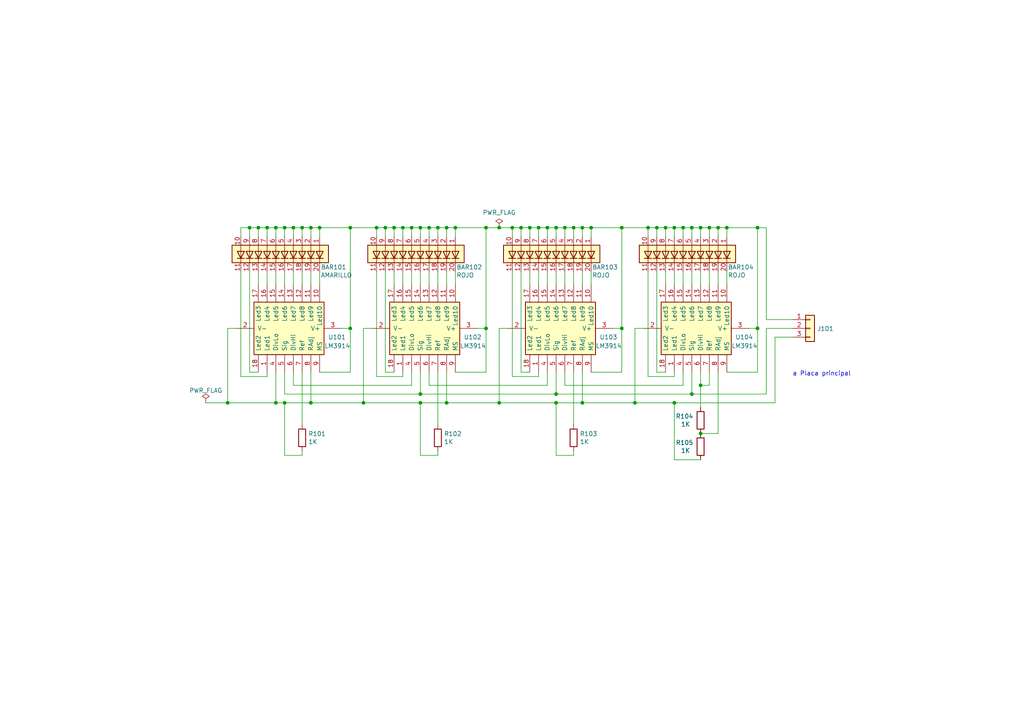
<source format=kicad_sch>
(kicad_sch (version 20211123) (generator eeschema)

  (uuid 514eaf70-ceaf-4aab-9020-a322a9292e37)

  (paper "A4")

  (title_block
    (title "Indicador Voltimétrico")
    (date "2022-07-11")
    (rev "2.2")
  )

  (lib_symbols
    (symbol "BarraCorto-rescue:LM3914-BarraCorto" (pin_names (offset 1.016)) (in_bom yes) (on_board yes)
      (property "Reference" "U" (id 0) (at -7.62 11.43 0)
        (effects (font (size 1.27 1.27)))
      )
      (property "Value" "LM3914-BarraCorto" (id 1) (at -7.62 -11.43 0)
        (effects (font (size 1.27 1.27)))
      )
      (property "Footprint" "" (id 2) (at 0 0 0)
        (effects (font (size 1.27 1.27)) hide)
      )
      (property "Datasheet" "" (id 3) (at 0 0 0)
        (effects (font (size 1.27 1.27)) hide)
      )
      (property "ki_fp_filters" "DIP*W7.62mm* SOIC*3.9x9.9mm*P1.27mm* TSSOP*4.4x5mm*P0.65mm*" (id 4) (at 0 0 0)
        (effects (font (size 1.27 1.27)) hide)
      )
      (symbol "LM3914-BarraCorto_1_0"
        (pin output line (at -12.7 6.35 0) (length 5.08)
          (name "Led1" (effects (font (size 1.27 1.27))))
          (number "1" (effects (font (size 1.27 1.27))))
        )
        (pin output line (at 12.7 -6.35 180) (length 5.08)
          (name "Led9" (effects (font (size 1.27 1.27))))
          (number "11" (effects (font (size 1.27 1.27))))
        )
        (pin output line (at 12.7 -3.81 180) (length 5.08)
          (name "Led8" (effects (font (size 1.27 1.27))))
          (number "12" (effects (font (size 1.27 1.27))))
        )
        (pin output line (at 12.7 -1.27 180) (length 5.08)
          (name "Led7" (effects (font (size 1.27 1.27))))
          (number "13" (effects (font (size 1.27 1.27))))
        )
        (pin output line (at 12.7 1.27 180) (length 5.08)
          (name "Led6" (effects (font (size 1.27 1.27))))
          (number "14" (effects (font (size 1.27 1.27))))
        )
        (pin output line (at 12.7 3.81 180) (length 5.08)
          (name "Led5" (effects (font (size 1.27 1.27))))
          (number "15" (effects (font (size 1.27 1.27))))
        )
        (pin output line (at 12.7 6.35 180) (length 5.08)
          (name "Led4" (effects (font (size 1.27 1.27))))
          (number "16" (effects (font (size 1.27 1.27))))
        )
        (pin output line (at 12.7 8.89 180) (length 5.08)
          (name "Led3" (effects (font (size 1.27 1.27))))
          (number "17" (effects (font (size 1.27 1.27))))
        )
        (pin output line (at -12.7 8.89 0) (length 5.08)
          (name "Led2" (effects (font (size 1.27 1.27))))
          (number "18" (effects (font (size 1.27 1.27))))
        )
        (pin power_in line (at 0 15.24 270) (length 5.08)
          (name "V-" (effects (font (size 1.27 1.27))))
          (number "2" (effects (font (size 1.27 1.27))))
        )
        (pin power_in line (at 0 -15.24 90) (length 5.08)
          (name "V+" (effects (font (size 1.27 1.27))))
          (number "3" (effects (font (size 1.27 1.27))))
        )
        (pin input line (at -12.7 3.81 0) (length 5.08)
          (name "DivLo" (effects (font (size 1.27 1.27))))
          (number "4" (effects (font (size 1.27 1.27))))
        )
        (pin input line (at -12.7 1.27 0) (length 5.08)
          (name "Sig" (effects (font (size 1.27 1.27))))
          (number "5" (effects (font (size 1.27 1.27))))
        )
        (pin input line (at -12.7 -1.27 0) (length 5.08)
          (name "DivHi" (effects (font (size 1.27 1.27))))
          (number "6" (effects (font (size 1.27 1.27))))
        )
        (pin output line (at -12.7 -3.81 0) (length 5.08)
          (name "Ref" (effects (font (size 1.27 1.27))))
          (number "7" (effects (font (size 1.27 1.27))))
        )
        (pin input line (at -12.7 -6.35 0) (length 5.08)
          (name "RAdj" (effects (font (size 1.27 1.27))))
          (number "8" (effects (font (size 1.27 1.27))))
        )
        (pin input line (at -12.7 -8.89 0) (length 5.08)
          (name "MS" (effects (font (size 1.27 1.27))))
          (number "9" (effects (font (size 1.27 1.27))))
        )
      )
      (symbol "LM3914-BarraCorto_1_1"
        (rectangle (start -7.62 10.16) (end 7.62 -10.16)
          (stroke (width 0.254) (type default) (color 0 0 0 0))
          (fill (type background))
        )
        (pin output line (at 12.7 -8.89 180) (length 5.08)
          (name "Led10" (effects (font (size 1.27 1.27))))
          (number "10" (effects (font (size 1.27 1.27))))
        )
      )
    )
    (symbol "Connector_Generic:Conn_01x03" (pin_names (offset 1.016) hide) (in_bom yes) (on_board yes)
      (property "Reference" "J" (id 0) (at 0 5.08 0)
        (effects (font (size 1.27 1.27)))
      )
      (property "Value" "Conn_01x03" (id 1) (at 0 -5.08 0)
        (effects (font (size 1.27 1.27)))
      )
      (property "Footprint" "" (id 2) (at 0 0 0)
        (effects (font (size 1.27 1.27)) hide)
      )
      (property "Datasheet" "~" (id 3) (at 0 0 0)
        (effects (font (size 1.27 1.27)) hide)
      )
      (property "ki_keywords" "connector" (id 4) (at 0 0 0)
        (effects (font (size 1.27 1.27)) hide)
      )
      (property "ki_description" "Generic connector, single row, 01x03, script generated (kicad-library-utils/schlib/autogen/connector/)" (id 5) (at 0 0 0)
        (effects (font (size 1.27 1.27)) hide)
      )
      (property "ki_fp_filters" "Connector*:*_1x??_*" (id 6) (at 0 0 0)
        (effects (font (size 1.27 1.27)) hide)
      )
      (symbol "Conn_01x03_1_1"
        (rectangle (start -1.27 -2.413) (end 0 -2.667)
          (stroke (width 0.1524) (type default) (color 0 0 0 0))
          (fill (type none))
        )
        (rectangle (start -1.27 0.127) (end 0 -0.127)
          (stroke (width 0.1524) (type default) (color 0 0 0 0))
          (fill (type none))
        )
        (rectangle (start -1.27 2.667) (end 0 2.413)
          (stroke (width 0.1524) (type default) (color 0 0 0 0))
          (fill (type none))
        )
        (rectangle (start -1.27 3.81) (end 1.27 -3.81)
          (stroke (width 0.254) (type default) (color 0 0 0 0))
          (fill (type background))
        )
        (pin passive line (at -5.08 2.54 0) (length 3.81)
          (name "Pin_1" (effects (font (size 1.27 1.27))))
          (number "1" (effects (font (size 1.27 1.27))))
        )
        (pin passive line (at -5.08 0 0) (length 3.81)
          (name "Pin_2" (effects (font (size 1.27 1.27))))
          (number "2" (effects (font (size 1.27 1.27))))
        )
        (pin passive line (at -5.08 -2.54 0) (length 3.81)
          (name "Pin_3" (effects (font (size 1.27 1.27))))
          (number "3" (effects (font (size 1.27 1.27))))
        )
      )
    )
    (symbol "Device:R" (pin_numbers hide) (pin_names (offset 0)) (in_bom yes) (on_board yes)
      (property "Reference" "R" (id 0) (at 2.032 0 90)
        (effects (font (size 1.27 1.27)))
      )
      (property "Value" "R" (id 1) (at 0 0 90)
        (effects (font (size 1.27 1.27)))
      )
      (property "Footprint" "" (id 2) (at -1.778 0 90)
        (effects (font (size 1.27 1.27)) hide)
      )
      (property "Datasheet" "~" (id 3) (at 0 0 0)
        (effects (font (size 1.27 1.27)) hide)
      )
      (property "ki_keywords" "R res resistor" (id 4) (at 0 0 0)
        (effects (font (size 1.27 1.27)) hide)
      )
      (property "ki_description" "Resistor" (id 5) (at 0 0 0)
        (effects (font (size 1.27 1.27)) hide)
      )
      (property "ki_fp_filters" "R_*" (id 6) (at 0 0 0)
        (effects (font (size 1.27 1.27)) hide)
      )
      (symbol "R_0_1"
        (rectangle (start -1.016 -2.54) (end 1.016 2.54)
          (stroke (width 0.254) (type default) (color 0 0 0 0))
          (fill (type none))
        )
      )
      (symbol "R_1_1"
        (pin passive line (at 0 3.81 270) (length 1.27)
          (name "~" (effects (font (size 1.27 1.27))))
          (number "1" (effects (font (size 1.27 1.27))))
        )
        (pin passive line (at 0 -3.81 90) (length 1.27)
          (name "~" (effects (font (size 1.27 1.27))))
          (number "2" (effects (font (size 1.27 1.27))))
        )
      )
    )
    (symbol "LED:HDSP-4830_2" (pin_names (offset 1.016) hide) (in_bom yes) (on_board yes)
      (property "Reference" "BAR" (id 0) (at 0 15.24 0)
        (effects (font (size 1.27 1.27)))
      )
      (property "Value" "HDSP-4830_2" (id 1) (at 0 -17.78 0)
        (effects (font (size 1.27 1.27)))
      )
      (property "Footprint" "Display:HDSP-4830" (id 2) (at 0 -20.32 0)
        (effects (font (size 1.27 1.27)) hide)
      )
      (property "Datasheet" "https://docs.broadcom.com/docs/AV02-1798EN" (id 3) (at -50.8 5.08 0)
        (effects (font (size 1.27 1.27)) hide)
      )
      (property "ki_keywords" "display LED array" (id 4) (at 0 0 0)
        (effects (font (size 1.27 1.27)) hide)
      )
      (property "ki_description" "BAR GRAPH 10 segment block, high efficiency red" (id 5) (at 0 0 0)
        (effects (font (size 1.27 1.27)) hide)
      )
      (property "ki_fp_filters" "HDSP?48*" (id 6) (at 0 0 0)
        (effects (font (size 1.27 1.27)) hide)
      )
      (symbol "HDSP-4830_2_0_1"
        (rectangle (start -2.54 12.7) (end 2.54 -15.24)
          (stroke (width 0.254) (type default) (color 0 0 0 0))
          (fill (type background))
        )
        (polyline
          (pts
            (xy -2.54 -12.7)
            (xy 2.54 -12.7)
          )
          (stroke (width 0) (type default) (color 0 0 0 0))
          (fill (type none))
        )
        (polyline
          (pts
            (xy -2.54 -10.16)
            (xy 2.54 -10.16)
          )
          (stroke (width 0) (type default) (color 0 0 0 0))
          (fill (type none))
        )
        (polyline
          (pts
            (xy -2.54 -7.62)
            (xy 2.54 -7.62)
          )
          (stroke (width 0) (type default) (color 0 0 0 0))
          (fill (type none))
        )
        (polyline
          (pts
            (xy -2.54 -5.08)
            (xy 2.54 -5.08)
          )
          (stroke (width 0) (type default) (color 0 0 0 0))
          (fill (type none))
        )
        (polyline
          (pts
            (xy -2.54 0)
            (xy 2.54 0)
          )
          (stroke (width 0) (type default) (color 0 0 0 0))
          (fill (type none))
        )
        (polyline
          (pts
            (xy -2.54 5.08)
            (xy 2.54 5.08)
          )
          (stroke (width 0) (type default) (color 0 0 0 0))
          (fill (type none))
        )
        (polyline
          (pts
            (xy -2.54 7.62)
            (xy 2.54 7.62)
          )
          (stroke (width 0) (type default) (color 0 0 0 0))
          (fill (type none))
        )
        (polyline
          (pts
            (xy -2.54 10.16)
            (xy 2.54 10.16)
          )
          (stroke (width 0) (type default) (color 0 0 0 0))
          (fill (type none))
        )
        (polyline
          (pts
            (xy 1.27 -11.684)
            (xy 1.27 -13.716)
          )
          (stroke (width 0.254) (type default) (color 0 0 0 0))
          (fill (type none))
        )
        (polyline
          (pts
            (xy 1.27 -9.144)
            (xy 1.27 -11.176)
          )
          (stroke (width 0.254) (type default) (color 0 0 0 0))
          (fill (type none))
        )
        (polyline
          (pts
            (xy 1.27 -6.604)
            (xy 1.27 -8.636)
          )
          (stroke (width 0.254) (type default) (color 0 0 0 0))
          (fill (type none))
        )
        (polyline
          (pts
            (xy 1.27 -4.064)
            (xy 1.27 -6.096)
          )
          (stroke (width 0.254) (type default) (color 0 0 0 0))
          (fill (type none))
        )
        (polyline
          (pts
            (xy 1.27 -1.524)
            (xy 1.27 -3.556)
          )
          (stroke (width 0.254) (type default) (color 0 0 0 0))
          (fill (type none))
        )
        (polyline
          (pts
            (xy 1.27 1.016)
            (xy 1.27 -1.016)
          )
          (stroke (width 0.254) (type default) (color 0 0 0 0))
          (fill (type none))
        )
        (polyline
          (pts
            (xy 1.27 3.556)
            (xy 1.27 1.524)
          )
          (stroke (width 0.254) (type default) (color 0 0 0 0))
          (fill (type none))
        )
        (polyline
          (pts
            (xy 1.27 6.096)
            (xy 1.27 4.064)
          )
          (stroke (width 0.254) (type default) (color 0 0 0 0))
          (fill (type none))
        )
        (polyline
          (pts
            (xy 1.27 8.636)
            (xy 1.27 6.604)
          )
          (stroke (width 0.254) (type default) (color 0 0 0 0))
          (fill (type none))
        )
        (polyline
          (pts
            (xy 1.27 11.176)
            (xy 1.27 9.144)
          )
          (stroke (width 0.254) (type default) (color 0 0 0 0))
          (fill (type none))
        )
        (polyline
          (pts
            (xy 2.54 -2.54)
            (xy -2.54 -2.54)
          )
          (stroke (width 0) (type default) (color 0 0 0 0))
          (fill (type none))
        )
        (polyline
          (pts
            (xy 2.54 2.54)
            (xy -2.54 2.54)
          )
          (stroke (width 0) (type default) (color 0 0 0 0))
          (fill (type none))
        )
        (polyline
          (pts
            (xy -0.762 -11.684)
            (xy -0.762 -13.716)
            (xy 1.27 -12.7)
            (xy -0.762 -11.684)
          )
          (stroke (width 0.254) (type default) (color 0 0 0 0))
          (fill (type none))
        )
        (polyline
          (pts
            (xy -0.762 -9.144)
            (xy -0.762 -11.176)
            (xy 1.27 -10.16)
            (xy -0.762 -9.144)
          )
          (stroke (width 0.254) (type default) (color 0 0 0 0))
          (fill (type none))
        )
        (polyline
          (pts
            (xy -0.762 -6.604)
            (xy -0.762 -8.636)
            (xy 1.27 -7.62)
            (xy -0.762 -6.604)
          )
          (stroke (width 0.254) (type default) (color 0 0 0 0))
          (fill (type none))
        )
        (polyline
          (pts
            (xy -0.762 -4.064)
            (xy -0.762 -6.096)
            (xy 1.27 -5.08)
            (xy -0.762 -4.064)
          )
          (stroke (width 0.254) (type default) (color 0 0 0 0))
          (fill (type none))
        )
        (polyline
          (pts
            (xy -0.762 -1.524)
            (xy -0.762 -3.556)
            (xy 1.27 -2.54)
            (xy -0.762 -1.524)
          )
          (stroke (width 0.254) (type default) (color 0 0 0 0))
          (fill (type none))
        )
        (polyline
          (pts
            (xy -0.762 1.016)
            (xy -0.762 -1.016)
            (xy 1.27 0)
            (xy -0.762 1.016)
          )
          (stroke (width 0.254) (type default) (color 0 0 0 0))
          (fill (type none))
        )
        (polyline
          (pts
            (xy -0.762 3.556)
            (xy -0.762 1.524)
            (xy 1.27 2.54)
            (xy -0.762 3.556)
          )
          (stroke (width 0.254) (type default) (color 0 0 0 0))
          (fill (type none))
        )
        (polyline
          (pts
            (xy -0.762 6.096)
            (xy -0.762 4.064)
            (xy 1.27 5.08)
            (xy -0.762 6.096)
          )
          (stroke (width 0.254) (type default) (color 0 0 0 0))
          (fill (type none))
        )
        (polyline
          (pts
            (xy -0.762 8.636)
            (xy -0.762 6.604)
            (xy 1.27 7.62)
            (xy -0.762 8.636)
          )
          (stroke (width 0.254) (type default) (color 0 0 0 0))
          (fill (type none))
        )
        (polyline
          (pts
            (xy -0.762 11.176)
            (xy -0.762 9.144)
            (xy 1.27 10.16)
            (xy -0.762 11.176)
          )
          (stroke (width 0.254) (type default) (color 0 0 0 0))
          (fill (type none))
        )
      )
      (symbol "HDSP-4830_2_1_1"
        (pin passive line (at -5.08 10.16 0) (length 2.54)
          (name "A" (effects (font (size 1.27 1.27))))
          (number "1" (effects (font (size 1.27 1.27))))
        )
        (pin passive line (at -5.08 -12.7 0) (length 2.54)
          (name "A" (effects (font (size 1.27 1.27))))
          (number "10" (effects (font (size 1.27 1.27))))
        )
        (pin passive line (at 5.08 -12.7 180) (length 2.54)
          (name "K" (effects (font (size 1.27 1.27))))
          (number "11" (effects (font (size 1.27 1.27))))
        )
        (pin passive line (at 5.08 -10.16 180) (length 2.54)
          (name "K" (effects (font (size 1.27 1.27))))
          (number "12" (effects (font (size 1.27 1.27))))
        )
        (pin passive line (at 5.08 -7.62 180) (length 2.54)
          (name "K" (effects (font (size 1.27 1.27))))
          (number "13" (effects (font (size 1.27 1.27))))
        )
        (pin passive line (at 5.08 -5.08 180) (length 2.54)
          (name "K" (effects (font (size 1.27 1.27))))
          (number "14" (effects (font (size 1.27 1.27))))
        )
        (pin passive line (at 5.08 -2.54 180) (length 2.54)
          (name "K" (effects (font (size 1.27 1.27))))
          (number "15" (effects (font (size 1.27 1.27))))
        )
        (pin passive line (at 5.08 0 180) (length 2.54)
          (name "K" (effects (font (size 1.27 1.27))))
          (number "16" (effects (font (size 1.27 1.27))))
        )
        (pin passive line (at 5.08 2.54 180) (length 2.54)
          (name "K" (effects (font (size 1.27 1.27))))
          (number "17" (effects (font (size 1.27 1.27))))
        )
        (pin passive line (at 5.08 5.08 180) (length 2.54)
          (name "K" (effects (font (size 1.27 1.27))))
          (number "18" (effects (font (size 1.27 1.27))))
        )
        (pin passive line (at 5.08 7.62 180) (length 2.54)
          (name "K" (effects (font (size 1.27 1.27))))
          (number "19" (effects (font (size 1.27 1.27))))
        )
        (pin passive line (at -5.08 7.62 0) (length 2.54)
          (name "A" (effects (font (size 1.27 1.27))))
          (number "2" (effects (font (size 1.27 1.27))))
        )
        (pin passive line (at 5.08 10.16 180) (length 2.54)
          (name "K" (effects (font (size 1.27 1.27))))
          (number "20" (effects (font (size 1.27 1.27))))
        )
        (pin passive line (at -5.08 5.08 0) (length 2.54)
          (name "A" (effects (font (size 1.27 1.27))))
          (number "3" (effects (font (size 1.27 1.27))))
        )
        (pin passive line (at -5.08 2.54 0) (length 2.54)
          (name "A" (effects (font (size 1.27 1.27))))
          (number "4" (effects (font (size 1.27 1.27))))
        )
        (pin passive line (at -5.08 0 0) (length 2.54)
          (name "A" (effects (font (size 1.27 1.27))))
          (number "5" (effects (font (size 1.27 1.27))))
        )
        (pin passive line (at -5.08 -2.54 0) (length 2.54)
          (name "A" (effects (font (size 1.27 1.27))))
          (number "6" (effects (font (size 1.27 1.27))))
        )
        (pin passive line (at -5.08 -5.08 0) (length 2.54)
          (name "A" (effects (font (size 1.27 1.27))))
          (number "7" (effects (font (size 1.27 1.27))))
        )
        (pin passive line (at -5.08 -7.62 0) (length 2.54)
          (name "A" (effects (font (size 1.27 1.27))))
          (number "8" (effects (font (size 1.27 1.27))))
        )
        (pin passive line (at -5.08 -10.16 0) (length 2.54)
          (name "A" (effects (font (size 1.27 1.27))))
          (number "9" (effects (font (size 1.27 1.27))))
        )
      )
    )
    (symbol "LM3914-BarraCorto_1" (pin_names (offset 1.016)) (in_bom yes) (on_board yes)
      (property "Reference" "U202" (id 0) (at 15.24 -1.9812 90)
        (effects (font (size 1.27 1.27)) (justify left))
      )
      (property "Value" "LM3914-BarraCorto_1" (id 1) (at 17.78 -3.9878 90)
        (effects (font (size 1.27 1.27)) (justify left))
      )
      (property "Footprint" "Package_DIP:DIP-18_W7.62mm_Socket" (id 2) (at 0 0 0)
        (effects (font (size 1.27 1.27)) hide)
      )
      (property "Datasheet" "http://www.ti.com/lit/ds/symlink/cd4543b.pdf" (id 3) (at 0 0 0)
        (effects (font (size 1.27 1.27)) hide)
      )
      (property "ki_fp_filters" "DIP*W7.62mm* SOIC*3.9x9.9mm*P1.27mm* TSSOP*4.4x5mm*P0.65mm*" (id 4) (at 0 0 0)
        (effects (font (size 1.27 1.27)) hide)
      )
      (symbol "LM3914-BarraCorto_1_1_0"
        (pin output line (at -12.7 6.35 0) (length 5.08)
          (name "Led1" (effects (font (size 1.27 1.27))))
          (number "1" (effects (font (size 1.27 1.27))))
        )
        (pin output line (at 12.7 -6.35 180) (length 5.08)
          (name "Led9" (effects (font (size 1.27 1.27))))
          (number "11" (effects (font (size 1.27 1.27))))
        )
        (pin output line (at 12.7 -3.81 180) (length 5.08)
          (name "Led8" (effects (font (size 1.27 1.27))))
          (number "12" (effects (font (size 1.27 1.27))))
        )
        (pin output line (at 12.7 -1.27 180) (length 5.08)
          (name "Led7" (effects (font (size 1.27 1.27))))
          (number "13" (effects (font (size 1.27 1.27))))
        )
        (pin output line (at 12.7 1.27 180) (length 5.08)
          (name "Led6" (effects (font (size 1.27 1.27))))
          (number "14" (effects (font (size 1.27 1.27))))
        )
        (pin output line (at 12.7 3.81 180) (length 5.08)
          (name "Led5" (effects (font (size 1.27 1.27))))
          (number "15" (effects (font (size 1.27 1.27))))
        )
        (pin output line (at 12.7 6.35 180) (length 5.08)
          (name "Led4" (effects (font (size 1.27 1.27))))
          (number "16" (effects (font (size 1.27 1.27))))
        )
        (pin output line (at 12.7 8.89 180) (length 5.08)
          (name "Led3" (effects (font (size 1.27 1.27))))
          (number "17" (effects (font (size 1.27 1.27))))
        )
        (pin output line (at -12.7 8.89 0) (length 5.08)
          (name "Led2" (effects (font (size 1.27 1.27))))
          (number "18" (effects (font (size 1.27 1.27))))
        )
        (pin power_in line (at 0 15.24 270) (length 5.08)
          (name "V-" (effects (font (size 1.27 1.27))))
          (number "2" (effects (font (size 1.27 1.27))))
        )
        (pin power_in line (at 0 -15.24 90) (length 5.08)
          (name "V+" (effects (font (size 1.27 1.27))))
          (number "3" (effects (font (size 1.27 1.27))))
        )
        (pin input line (at -12.7 3.81 0) (length 5.08)
          (name "DivLo" (effects (font (size 1.27 1.27))))
          (number "4" (effects (font (size 1.27 1.27))))
        )
        (pin input line (at -12.7 1.27 0) (length 5.08)
          (name "Sig" (effects (font (size 1.27 1.27))))
          (number "5" (effects (font (size 1.27 1.27))))
        )
        (pin bidirectional line (at -12.7 -1.27 0) (length 5.08)
          (name "DivHi" (effects (font (size 1.27 1.27))))
          (number "6" (effects (font (size 1.27 1.27))))
        )
        (pin output line (at -12.7 -3.81 0) (length 5.08)
          (name "Ref" (effects (font (size 1.27 1.27))))
          (number "7" (effects (font (size 1.27 1.27))))
        )
        (pin input line (at -12.7 -6.35 0) (length 5.08)
          (name "RAdj" (effects (font (size 1.27 1.27))))
          (number "8" (effects (font (size 1.27 1.27))))
        )
        (pin input line (at -12.7 -8.89 0) (length 5.08)
          (name "MS" (effects (font (size 1.27 1.27))))
          (number "9" (effects (font (size 1.27 1.27))))
        )
      )
      (symbol "LM3914-BarraCorto_1_1_1"
        (rectangle (start -7.62 10.16) (end 7.62 -10.16)
          (stroke (width 0.254) (type default) (color 0 0 0 0))
          (fill (type background))
        )
        (pin output line (at 12.7 -8.89 180) (length 5.08)
          (name "Led10" (effects (font (size 1.27 1.27))))
          (number "10" (effects (font (size 1.27 1.27))))
        )
      )
    )
    (symbol "LM3914-BarraCorto_2" (pin_names (offset 1.016)) (in_bom yes) (on_board yes)
      (property "Reference" "U201" (id 0) (at 15.1638 -1.9812 90)
        (effects (font (size 1.27 1.27)) (justify left))
      )
      (property "Value" "LM3914-BarraCorto_2" (id 1) (at 17.78 -3.9878 90)
        (effects (font (size 1.27 1.27)) (justify left))
      )
      (property "Footprint" "Package_DIP:DIP-18_W7.62mm_Socket" (id 2) (at 0 0 0)
        (effects (font (size 1.27 1.27)) hide)
      )
      (property "Datasheet" "http://www.ti.com/lit/ds/symlink/cd4543b.pdf" (id 3) (at 0 0 0)
        (effects (font (size 1.27 1.27)) hide)
      )
      (property "ki_fp_filters" "DIP*W7.62mm* SOIC*3.9x9.9mm*P1.27mm* TSSOP*4.4x5mm*P0.65mm*" (id 4) (at 0 0 0)
        (effects (font (size 1.27 1.27)) hide)
      )
      (symbol "LM3914-BarraCorto_2_1_0"
        (pin output line (at -12.7 6.35 0) (length 5.08)
          (name "Led1" (effects (font (size 1.27 1.27))))
          (number "1" (effects (font (size 1.27 1.27))))
        )
        (pin output line (at 12.7 -6.35 180) (length 5.08)
          (name "Led9" (effects (font (size 1.27 1.27))))
          (number "11" (effects (font (size 1.27 1.27))))
        )
        (pin output line (at 12.7 -3.81 180) (length 5.08)
          (name "Led8" (effects (font (size 1.27 1.27))))
          (number "12" (effects (font (size 1.27 1.27))))
        )
        (pin output line (at 12.7 -1.27 180) (length 5.08)
          (name "Led7" (effects (font (size 1.27 1.27))))
          (number "13" (effects (font (size 1.27 1.27))))
        )
        (pin output line (at 12.7 1.27 180) (length 5.08)
          (name "Led6" (effects (font (size 1.27 1.27))))
          (number "14" (effects (font (size 1.27 1.27))))
        )
        (pin output line (at 12.7 3.81 180) (length 5.08)
          (name "Led5" (effects (font (size 1.27 1.27))))
          (number "15" (effects (font (size 1.27 1.27))))
        )
        (pin output line (at 12.7 6.35 180) (length 5.08)
          (name "Led4" (effects (font (size 1.27 1.27))))
          (number "16" (effects (font (size 1.27 1.27))))
        )
        (pin output line (at 12.7 8.89 180) (length 5.08)
          (name "Led3" (effects (font (size 1.27 1.27))))
          (number "17" (effects (font (size 1.27 1.27))))
        )
        (pin output line (at -12.7 8.89 0) (length 5.08)
          (name "Led2" (effects (font (size 1.27 1.27))))
          (number "18" (effects (font (size 1.27 1.27))))
        )
        (pin power_in line (at 0 15.24 270) (length 5.08)
          (name "V-" (effects (font (size 1.27 1.27))))
          (number "2" (effects (font (size 1.27 1.27))))
        )
        (pin power_in line (at 0 -15.24 90) (length 5.08)
          (name "V+" (effects (font (size 1.27 1.27))))
          (number "3" (effects (font (size 1.27 1.27))))
        )
        (pin input line (at -12.7 3.81 0) (length 5.08)
          (name "DivLo" (effects (font (size 1.27 1.27))))
          (number "4" (effects (font (size 1.27 1.27))))
        )
        (pin input line (at -12.7 1.27 0) (length 5.08)
          (name "Sig" (effects (font (size 1.27 1.27))))
          (number "5" (effects (font (size 1.27 1.27))))
        )
        (pin bidirectional line (at -12.7 -1.27 0) (length 5.08)
          (name "DivHi" (effects (font (size 1.27 1.27))))
          (number "6" (effects (font (size 1.27 1.27))))
        )
        (pin output line (at -12.7 -3.81 0) (length 5.08)
          (name "Ref" (effects (font (size 1.27 1.27))))
          (number "7" (effects (font (size 1.27 1.27))))
        )
        (pin input line (at -12.7 -6.35 0) (length 5.08)
          (name "RAdj" (effects (font (size 1.27 1.27))))
          (number "8" (effects (font (size 1.27 1.27))))
        )
        (pin input line (at -12.7 -8.89 0) (length 5.08)
          (name "MS" (effects (font (size 1.27 1.27))))
          (number "9" (effects (font (size 1.27 1.27))))
        )
      )
      (symbol "LM3914-BarraCorto_2_1_1"
        (rectangle (start -7.62 10.16) (end 7.62 -10.16)
          (stroke (width 0.254) (type default) (color 0 0 0 0))
          (fill (type background))
        )
        (pin output line (at 12.7 -8.89 180) (length 5.08)
          (name "Led10" (effects (font (size 1.27 1.27))))
          (number "10" (effects (font (size 1.27 1.27))))
        )
      )
    )
    (symbol "LM3914-BarraCorto_3" (pin_names (offset 1.016)) (in_bom yes) (on_board yes)
      (property "Reference" "U204" (id 0) (at 15.24 -1.9812 90)
        (effects (font (size 1.27 1.27)) (justify left))
      )
      (property "Value" "LM3914-BarraCorto_3" (id 1) (at 17.78 -3.9878 90)
        (effects (font (size 1.27 1.27)) (justify left))
      )
      (property "Footprint" "Package_DIP:DIP-18_W7.62mm_Socket" (id 2) (at 0 0 0)
        (effects (font (size 1.27 1.27)) hide)
      )
      (property "Datasheet" "http://www.ti.com/lit/ds/symlink/cd4543b.pdf" (id 3) (at 0 0 0)
        (effects (font (size 1.27 1.27)) hide)
      )
      (property "ki_fp_filters" "DIP*W7.62mm* SOIC*3.9x9.9mm*P1.27mm* TSSOP*4.4x5mm*P0.65mm*" (id 4) (at 0 0 0)
        (effects (font (size 1.27 1.27)) hide)
      )
      (symbol "LM3914-BarraCorto_3_1_0"
        (pin output line (at -12.7 6.35 0) (length 5.08)
          (name "Led1" (effects (font (size 1.27 1.27))))
          (number "1" (effects (font (size 1.27 1.27))))
        )
        (pin output line (at 12.7 -6.35 180) (length 5.08)
          (name "Led9" (effects (font (size 1.27 1.27))))
          (number "11" (effects (font (size 1.27 1.27))))
        )
        (pin output line (at 12.7 -3.81 180) (length 5.08)
          (name "Led8" (effects (font (size 1.27 1.27))))
          (number "12" (effects (font (size 1.27 1.27))))
        )
        (pin output line (at 12.7 -1.27 180) (length 5.08)
          (name "Led7" (effects (font (size 1.27 1.27))))
          (number "13" (effects (font (size 1.27 1.27))))
        )
        (pin output line (at 12.7 1.27 180) (length 5.08)
          (name "Led6" (effects (font (size 1.27 1.27))))
          (number "14" (effects (font (size 1.27 1.27))))
        )
        (pin output line (at 12.7 3.81 180) (length 5.08)
          (name "Led5" (effects (font (size 1.27 1.27))))
          (number "15" (effects (font (size 1.27 1.27))))
        )
        (pin output line (at 12.7 6.35 180) (length 5.08)
          (name "Led4" (effects (font (size 1.27 1.27))))
          (number "16" (effects (font (size 1.27 1.27))))
        )
        (pin output line (at 12.7 8.89 180) (length 5.08)
          (name "Led3" (effects (font (size 1.27 1.27))))
          (number "17" (effects (font (size 1.27 1.27))))
        )
        (pin output line (at -12.7 8.89 0) (length 5.08)
          (name "Led2" (effects (font (size 1.27 1.27))))
          (number "18" (effects (font (size 1.27 1.27))))
        )
        (pin power_in line (at 0 15.24 270) (length 5.08)
          (name "V-" (effects (font (size 1.27 1.27))))
          (number "2" (effects (font (size 1.27 1.27))))
        )
        (pin power_in line (at 0 -15.24 90) (length 5.08)
          (name "V+" (effects (font (size 1.27 1.27))))
          (number "3" (effects (font (size 1.27 1.27))))
        )
        (pin bidirectional line (at -12.7 3.81 0) (length 5.08)
          (name "DivLo" (effects (font (size 1.27 1.27))))
          (number "4" (effects (font (size 1.27 1.27))))
        )
        (pin input line (at -12.7 1.27 0) (length 5.08)
          (name "Sig" (effects (font (size 1.27 1.27))))
          (number "5" (effects (font (size 1.27 1.27))))
        )
        (pin input line (at -12.7 -1.27 0) (length 5.08)
          (name "DivHi" (effects (font (size 1.27 1.27))))
          (number "6" (effects (font (size 1.27 1.27))))
        )
        (pin output line (at -12.7 -3.81 0) (length 5.08)
          (name "Ref" (effects (font (size 1.27 1.27))))
          (number "7" (effects (font (size 1.27 1.27))))
        )
        (pin input line (at -12.7 -6.35 0) (length 5.08)
          (name "RAdj" (effects (font (size 1.27 1.27))))
          (number "8" (effects (font (size 1.27 1.27))))
        )
        (pin input line (at -12.7 -8.89 0) (length 5.08)
          (name "MS" (effects (font (size 1.27 1.27))))
          (number "9" (effects (font (size 1.27 1.27))))
        )
      )
      (symbol "LM3914-BarraCorto_3_1_1"
        (rectangle (start -7.62 10.16) (end 7.62 -10.16)
          (stroke (width 0.254) (type default) (color 0 0 0 0))
          (fill (type background))
        )
        (pin output line (at 12.7 -8.89 180) (length 5.08)
          (name "Led10" (effects (font (size 1.27 1.27))))
          (number "10" (effects (font (size 1.27 1.27))))
        )
      )
    )
    (symbol "power:PWR_FLAG" (power) (pin_numbers hide) (pin_names (offset 0) hide) (in_bom yes) (on_board yes)
      (property "Reference" "#FLG" (id 0) (at 0 1.905 0)
        (effects (font (size 1.27 1.27)) hide)
      )
      (property "Value" "PWR_FLAG" (id 1) (at 0 3.81 0)
        (effects (font (size 1.27 1.27)))
      )
      (property "Footprint" "" (id 2) (at 0 0 0)
        (effects (font (size 1.27 1.27)) hide)
      )
      (property "Datasheet" "~" (id 3) (at 0 0 0)
        (effects (font (size 1.27 1.27)) hide)
      )
      (property "ki_keywords" "power-flag" (id 4) (at 0 0 0)
        (effects (font (size 1.27 1.27)) hide)
      )
      (property "ki_description" "Special symbol for telling ERC where power comes from" (id 5) (at 0 0 0)
        (effects (font (size 1.27 1.27)) hide)
      )
      (symbol "PWR_FLAG_0_0"
        (pin power_out line (at 0 0 90) (length 0)
          (name "pwr" (effects (font (size 1.27 1.27))))
          (number "1" (effects (font (size 1.27 1.27))))
        )
      )
      (symbol "PWR_FLAG_0_1"
        (polyline
          (pts
            (xy 0 0)
            (xy 0 1.27)
            (xy -1.016 1.905)
            (xy 0 2.54)
            (xy 1.016 1.905)
            (xy 0 1.27)
          )
          (stroke (width 0) (type default) (color 0 0 0 0))
          (fill (type none))
        )
      )
    )
  )

  (junction (at 195.58 66.04) (diameter 0) (color 0 0 0 0)
    (uuid 010bff53-0e80-45db-a583-3aaa15a77987)
  )
  (junction (at 153.67 66.04) (diameter 0) (color 0 0 0 0)
    (uuid 0826935c-1176-4c89-886b-0ba82b39b524)
  )
  (junction (at 193.04 66.04) (diameter 0) (color 0 0 0 0)
    (uuid 0ea395da-2a24-4dfe-8d66-e35acd60b95f)
  )
  (junction (at 198.12 66.04) (diameter 0) (color 0 0 0 0)
    (uuid 185bfdbb-8bf1-4d10-a972-201070d54bef)
  )
  (junction (at 101.6 95.25) (diameter 0) (color 0 0 0 0)
    (uuid 274aaa75-ece6-4cef-89f7-a1c075871c2a)
  )
  (junction (at 158.75 66.04) (diameter 0) (color 0 0 0 0)
    (uuid 29e23458-f250-4b03-a986-a2a4f505f0b7)
  )
  (junction (at 66.04 116.84) (diameter 0) (color 0 0 0 0)
    (uuid 2bb100ac-942c-4dae-a469-853f9e0cd32c)
  )
  (junction (at 144.78 66.04) (diameter 0) (color 0 0 0 0)
    (uuid 364fc3b6-861c-4591-a0e6-bfd094810926)
  )
  (junction (at 184.15 116.84) (diameter 0) (color 0 0 0 0)
    (uuid 39ad545d-0f3e-403e-89e4-7d3522b42d01)
  )
  (junction (at 180.34 66.04) (diameter 0) (color 0 0 0 0)
    (uuid 3cfd48f0-60d0-43d5-ad91-b4c9c7ff2247)
  )
  (junction (at 140.97 95.25) (diameter 0) (color 0 0 0 0)
    (uuid 3e77932d-9086-422e-b0a9-930997e749b7)
  )
  (junction (at 180.34 95.25) (diameter 0) (color 0 0 0 0)
    (uuid 40986e99-1a29-4eea-81d4-967f2fb30c2b)
  )
  (junction (at 80.01 66.04) (diameter 0) (color 0 0 0 0)
    (uuid 521dceee-a8d8-4174-8c5b-35c975b9d44d)
  )
  (junction (at 114.3 66.04) (diameter 0) (color 0 0 0 0)
    (uuid 53605e3a-8ef1-4962-bab3-ee4a6f9504a2)
  )
  (junction (at 148.59 66.04) (diameter 0) (color 0 0 0 0)
    (uuid 54da8c14-c349-45b0-8ee9-5cee402b499c)
  )
  (junction (at 151.13 66.04) (diameter 0) (color 0 0 0 0)
    (uuid 5684d1fe-1b4f-4e30-b5aa-a1476456114b)
  )
  (junction (at 205.74 66.04) (diameter 0) (color 0 0 0 0)
    (uuid 5ad1f3f0-e8e4-490d-a488-840479be9e96)
  )
  (junction (at 144.78 116.84) (diameter 0) (color 0 0 0 0)
    (uuid 5b8e79e4-fa3c-4f31-aa0b-bd20c9a38ae8)
  )
  (junction (at 203.2 111.76) (diameter 0) (color 0 0 0 0)
    (uuid 5e518406-728b-4d1e-8e73-b6f7f2ec8d69)
  )
  (junction (at 190.5 66.04) (diameter 0) (color 0 0 0 0)
    (uuid 5fc1346c-cd44-441e-abb9-c20cf8b4cd13)
  )
  (junction (at 195.58 116.84) (diameter 0) (color 0 0 0 0)
    (uuid 6386a0fd-32b3-4644-badd-0393e8559184)
  )
  (junction (at 140.97 66.04) (diameter 0) (color 0 0 0 0)
    (uuid 6a725a4b-5740-4402-8910-8be5d0078e40)
  )
  (junction (at 156.21 66.04) (diameter 0) (color 0 0 0 0)
    (uuid 6d35a4fb-078e-4c3c-8686-84b9b04bebbc)
  )
  (junction (at 163.83 66.04) (diameter 0) (color 0 0 0 0)
    (uuid 7266f8a2-7794-458f-bdaa-b256f9b03499)
  )
  (junction (at 208.28 66.04) (diameter 0) (color 0 0 0 0)
    (uuid 7398564f-65a1-4345-913e-a3ad3057b8cf)
  )
  (junction (at 90.17 66.04) (diameter 0) (color 0 0 0 0)
    (uuid 80dbdbb9-9046-4c6c-a646-035392493aa8)
  )
  (junction (at 119.38 66.04) (diameter 0) (color 0 0 0 0)
    (uuid 80e9a114-7809-4a31-8f51-354d1e7a7f0c)
  )
  (junction (at 109.22 66.04) (diameter 0) (color 0 0 0 0)
    (uuid 856297c6-add5-4176-8c36-aba5d3a5d4bd)
  )
  (junction (at 111.76 66.04) (diameter 0) (color 0 0 0 0)
    (uuid 86538ede-07de-468a-9db4-2d5d732fe027)
  )
  (junction (at 219.71 95.25) (diameter 0) (color 0 0 0 0)
    (uuid 865cd1b1-356d-48ed-b879-dddd1ae38e12)
  )
  (junction (at 129.54 116.84) (diameter 0) (color 0 0 0 0)
    (uuid 8c3b7fde-cce5-4f1c-b39b-4487367e3b33)
  )
  (junction (at 127 66.04) (diameter 0) (color 0 0 0 0)
    (uuid 8df608d0-5b63-4f8d-93e3-f78f765f2388)
  )
  (junction (at 161.29 116.84) (diameter 0) (color 0 0 0 0)
    (uuid 94f693ae-810f-4496-a8d0-e55bb9318878)
  )
  (junction (at 166.37 66.04) (diameter 0) (color 0 0 0 0)
    (uuid 95776417-976e-4590-84dc-8ef3b3e2fa1f)
  )
  (junction (at 168.91 116.84) (diameter 0) (color 0 0 0 0)
    (uuid 9b92e700-6070-408b-8e5a-bbc09c685db3)
  )
  (junction (at 203.2 66.04) (diameter 0) (color 0 0 0 0)
    (uuid a1fa3864-bf08-43c8-a487-90e4ea71c5b3)
  )
  (junction (at 105.41 116.84) (diameter 0) (color 0 0 0 0)
    (uuid a3787981-9a90-48f1-ba3f-6d6dce409bbc)
  )
  (junction (at 90.17 116.84) (diameter 0) (color 0 0 0 0)
    (uuid a41f9bc8-b55b-43a7-a076-4498dd13e97d)
  )
  (junction (at 72.39 66.04) (diameter 0) (color 0 0 0 0)
    (uuid ab9ed059-04dc-40d4-b470-865b2cf93844)
  )
  (junction (at 121.92 66.04) (diameter 0) (color 0 0 0 0)
    (uuid aeb6d2db-9cc1-4cc0-aa6c-1d7ac210e990)
  )
  (junction (at 171.45 66.04) (diameter 0) (color 0 0 0 0)
    (uuid b1c9f3dc-28c7-4387-8619-af65d46228d8)
  )
  (junction (at 124.46 66.04) (diameter 0) (color 0 0 0 0)
    (uuid bd277189-5f3c-499d-9fcf-87aa0c1a40bb)
  )
  (junction (at 92.71 66.04) (diameter 0) (color 0 0 0 0)
    (uuid cada20e4-b0b0-4a47-ae08-49fea535ee37)
  )
  (junction (at 121.92 116.84) (diameter 0) (color 0 0 0 0)
    (uuid cdd604b8-18ee-4d41-9e07-57d2e10ea992)
  )
  (junction (at 82.55 116.84) (diameter 0) (color 0 0 0 0)
    (uuid d0cae15d-1e28-4873-a6f7-c3852ed65493)
  )
  (junction (at 129.54 66.04) (diameter 0) (color 0 0 0 0)
    (uuid d14a4336-9abe-4c42-9d87-36080ca99f65)
  )
  (junction (at 200.66 66.04) (diameter 0) (color 0 0 0 0)
    (uuid d6230842-5875-4b02-bc88-8fb4b0535230)
  )
  (junction (at 161.29 66.04) (diameter 0) (color 0 0 0 0)
    (uuid de33e834-7925-443e-af2b-1848718986b7)
  )
  (junction (at 200.66 114.3) (diameter 0) (color 0 0 0 0)
    (uuid e0435fa3-55a2-43e3-9285-22adf50fed64)
  )
  (junction (at 210.82 66.04) (diameter 0) (color 0 0 0 0)
    (uuid e0823ed6-0969-4e05-99f0-53e34e273099)
  )
  (junction (at 101.6 66.04) (diameter 0) (color 0 0 0 0)
    (uuid e08e914b-a022-4874-a077-f06a0f917205)
  )
  (junction (at 203.2 125.73) (diameter 0) (color 0 0 0 0)
    (uuid e0918289-cbc6-4e08-8195-a2eec2259482)
  )
  (junction (at 161.29 114.3) (diameter 0) (color 0 0 0 0)
    (uuid e19a9bc8-01d7-43cf-a6be-f7f12900b71a)
  )
  (junction (at 116.84 66.04) (diameter 0) (color 0 0 0 0)
    (uuid e4028d8a-4dd6-4dc0-9433-8d47c418db01)
  )
  (junction (at 168.91 66.04) (diameter 0) (color 0 0 0 0)
    (uuid e7cfb9f1-c8c1-4c84-b25d-3a8c4aa56acb)
  )
  (junction (at 74.93 66.04) (diameter 0) (color 0 0 0 0)
    (uuid e9768a9f-0329-4d62-94e7-4d2dc406a64e)
  )
  (junction (at 121.92 114.3) (diameter 0) (color 0 0 0 0)
    (uuid ef642d96-d171-4f51-8b37-21ef33917d27)
  )
  (junction (at 187.96 66.04) (diameter 0) (color 0 0 0 0)
    (uuid ef96774c-0389-4b13-abd9-d702188b4456)
  )
  (junction (at 132.08 66.04) (diameter 0) (color 0 0 0 0)
    (uuid f0b05429-b3b3-4954-96c5-db2074614d44)
  )
  (junction (at 80.01 116.84) (diameter 0) (color 0 0 0 0)
    (uuid f0d8b50f-85a3-45f5-ac13-c2e3702a48f1)
  )
  (junction (at 87.63 66.04) (diameter 0) (color 0 0 0 0)
    (uuid f212e630-d9c6-4b66-895b-68a250170cb7)
  )
  (junction (at 77.47 66.04) (diameter 0) (color 0 0 0 0)
    (uuid f3aa992b-77c8-4181-a771-6722224383d6)
  )
  (junction (at 219.71 66.04) (diameter 0) (color 0 0 0 0)
    (uuid f63b246b-b52c-4afd-ad07-5a112dd42553)
  )
  (junction (at 82.55 66.04) (diameter 0) (color 0 0 0 0)
    (uuid fc575527-636f-41f4-a132-ca6510ca688c)
  )
  (junction (at 85.09 66.04) (diameter 0) (color 0 0 0 0)
    (uuid fda60c88-8213-4c6a-ae56-9c2ada2fb1de)
  )

  (wire (pts (xy 222.25 66.04) (xy 219.71 66.04))
    (stroke (width 0) (type default) (color 0 0 0 0))
    (uuid 010a8913-67bc-492e-9ae5-82ad787657ae)
  )
  (wire (pts (xy 224.79 97.79) (xy 229.87 97.79))
    (stroke (width 0) (type default) (color 0 0 0 0))
    (uuid 0249f130-d81f-4524-8c3a-8852969a998f)
  )
  (wire (pts (xy 77.47 68.58) (xy 77.47 66.04))
    (stroke (width 0) (type default) (color 0 0 0 0))
    (uuid 047fe870-47a3-43d9-9299-1f79161150f3)
  )
  (wire (pts (xy 156.21 66.04) (xy 158.75 66.04))
    (stroke (width 0) (type default) (color 0 0 0 0))
    (uuid 0575bcd6-67a4-4597-b302-4c40d548e559)
  )
  (wire (pts (xy 77.47 107.95) (xy 77.47 109.22))
    (stroke (width 0) (type default) (color 0 0 0 0))
    (uuid 066a94cb-1d5b-4020-a15d-ba0592407b08)
  )
  (wire (pts (xy 168.91 68.58) (xy 168.91 66.04))
    (stroke (width 0) (type default) (color 0 0 0 0))
    (uuid 0aea1dd8-b0f5-4ec2-8449-e813b8b2e364)
  )
  (wire (pts (xy 87.63 107.95) (xy 87.63 123.19))
    (stroke (width 0) (type default) (color 0 0 0 0))
    (uuid 0bcec4bb-278e-4d7a-a2b7-817ea8fbf236)
  )
  (wire (pts (xy 116.84 107.95) (xy 116.84 109.22))
    (stroke (width 0) (type default) (color 0 0 0 0))
    (uuid 0c50a8f9-0633-42d2-b633-c5578c954bac)
  )
  (wire (pts (xy 148.59 68.58) (xy 148.59 66.04))
    (stroke (width 0) (type default) (color 0 0 0 0))
    (uuid 0c62bdb3-c61f-457c-a1aa-45098a5d144c)
  )
  (wire (pts (xy 158.75 66.04) (xy 161.29 66.04))
    (stroke (width 0) (type default) (color 0 0 0 0))
    (uuid 0dd4dbb0-46ea-4f9e-a268-d7f4496cfb4b)
  )
  (wire (pts (xy 161.29 107.95) (xy 161.29 114.3))
    (stroke (width 0) (type default) (color 0 0 0 0))
    (uuid 0ee96409-871a-43d0-a998-40b8bd10b183)
  )
  (wire (pts (xy 80.01 107.95) (xy 80.01 116.84))
    (stroke (width 0) (type default) (color 0 0 0 0))
    (uuid 0f9c90b9-5a15-4aa8-aa0a-0dcfd7e48f54)
  )
  (wire (pts (xy 77.47 109.22) (xy 69.85 109.22))
    (stroke (width 0) (type default) (color 0 0 0 0))
    (uuid 0ff2ef23-6647-4282-bac3-89dd5f48a4c8)
  )
  (wire (pts (xy 161.29 78.74) (xy 161.29 82.55))
    (stroke (width 0) (type default) (color 0 0 0 0))
    (uuid 10eb2437-16d9-4aac-afb2-256faaa57969)
  )
  (wire (pts (xy 210.82 66.04) (xy 219.71 66.04))
    (stroke (width 0) (type default) (color 0 0 0 0))
    (uuid 11797a48-cd61-4955-9c95-186c7449cd1f)
  )
  (wire (pts (xy 127 107.95) (xy 127 123.19))
    (stroke (width 0) (type default) (color 0 0 0 0))
    (uuid 11de1916-ca2f-487d-978a-d3a7595f386b)
  )
  (wire (pts (xy 132.08 78.74) (xy 132.08 82.55))
    (stroke (width 0) (type default) (color 0 0 0 0))
    (uuid 1302b744-bd14-4c67-ae96-28be48a6071f)
  )
  (wire (pts (xy 198.12 68.58) (xy 198.12 66.04))
    (stroke (width 0) (type default) (color 0 0 0 0))
    (uuid 14a57135-f880-461d-ba08-827ce9534183)
  )
  (wire (pts (xy 219.71 66.04) (xy 219.71 95.25))
    (stroke (width 0) (type default) (color 0 0 0 0))
    (uuid 14cc6b42-97ce-4df1-98a7-a35e9b1ff8c0)
  )
  (wire (pts (xy 171.45 78.74) (xy 171.45 82.55))
    (stroke (width 0) (type default) (color 0 0 0 0))
    (uuid 1a7e59a7-cfbf-4c04-9825-0bd0f8fac482)
  )
  (wire (pts (xy 72.39 107.95) (xy 72.39 78.74))
    (stroke (width 0) (type default) (color 0 0 0 0))
    (uuid 1ad7b115-11d6-4e05-a502-6b7f8430ec5e)
  )
  (wire (pts (xy 121.92 68.58) (xy 121.92 66.04))
    (stroke (width 0) (type default) (color 0 0 0 0))
    (uuid 1cf2f73f-3c00-431c-893e-23e04e919468)
  )
  (wire (pts (xy 101.6 95.25) (xy 99.06 95.25))
    (stroke (width 0) (type default) (color 0 0 0 0))
    (uuid 1d2465c2-7f56-4c6b-a2d4-4150e2fb5717)
  )
  (wire (pts (xy 180.34 95.25) (xy 177.8 95.25))
    (stroke (width 0) (type default) (color 0 0 0 0))
    (uuid 1f4eba79-6e8a-4d94-9caf-b46d809ec0fc)
  )
  (wire (pts (xy 127 132.08) (xy 121.92 132.08))
    (stroke (width 0) (type default) (color 0 0 0 0))
    (uuid 1f7d4cb3-6c6b-4d6c-b0fd-ffeeabac70dd)
  )
  (wire (pts (xy 180.34 66.04) (xy 180.34 95.25))
    (stroke (width 0) (type default) (color 0 0 0 0))
    (uuid 1fc0d53a-4ec5-4f54-ab23-96303115ad49)
  )
  (wire (pts (xy 87.63 78.74) (xy 87.63 82.55))
    (stroke (width 0) (type default) (color 0 0 0 0))
    (uuid 20bb9150-ac8e-4bef-a952-8c4c095ec4f1)
  )
  (wire (pts (xy 119.38 66.04) (xy 121.92 66.04))
    (stroke (width 0) (type default) (color 0 0 0 0))
    (uuid 2144799a-b20c-484a-97d1-301031d8df02)
  )
  (wire (pts (xy 111.76 107.95) (xy 111.76 78.74))
    (stroke (width 0) (type default) (color 0 0 0 0))
    (uuid 21515842-d39f-4c0b-93d5-a167e7f57af3)
  )
  (wire (pts (xy 82.55 66.04) (xy 85.09 66.04))
    (stroke (width 0) (type default) (color 0 0 0 0))
    (uuid 232ebeaf-3f58-4022-a893-338c2a2c610b)
  )
  (wire (pts (xy 184.15 116.84) (xy 195.58 116.84))
    (stroke (width 0) (type default) (color 0 0 0 0))
    (uuid 24f55f51-57be-4899-9ec1-b9afedc4f14b)
  )
  (wire (pts (xy 198.12 111.76) (xy 198.12 107.95))
    (stroke (width 0) (type default) (color 0 0 0 0))
    (uuid 26720e5c-b4f2-42e5-b0b4-6b3de126ae93)
  )
  (wire (pts (xy 153.67 66.04) (xy 156.21 66.04))
    (stroke (width 0) (type default) (color 0 0 0 0))
    (uuid 26ab465f-82ca-4a28-aedd-d7717beae5b4)
  )
  (wire (pts (xy 74.93 78.74) (xy 74.93 82.55))
    (stroke (width 0) (type default) (color 0 0 0 0))
    (uuid 2834b8f3-fdd6-402f-b118-5eced1aa66c0)
  )
  (wire (pts (xy 111.76 68.58) (xy 111.76 66.04))
    (stroke (width 0) (type default) (color 0 0 0 0))
    (uuid 2873e7c0-68f0-46b5-8cb7-0b8f8e59d41f)
  )
  (wire (pts (xy 144.78 95.25) (xy 147.32 95.25))
    (stroke (width 0) (type default) (color 0 0 0 0))
    (uuid 2885411e-bb93-4cda-8d93-d3d29d25e775)
  )
  (wire (pts (xy 222.25 95.25) (xy 222.25 114.3))
    (stroke (width 0) (type default) (color 0 0 0 0))
    (uuid 299e5ea1-4adf-4991-987b-54c7eeeac116)
  )
  (wire (pts (xy 101.6 66.04) (xy 109.22 66.04))
    (stroke (width 0) (type default) (color 0 0 0 0))
    (uuid 2a3b017b-5c53-4498-a199-6fdd1dd6bd52)
  )
  (wire (pts (xy 171.45 68.58) (xy 171.45 66.04))
    (stroke (width 0) (type default) (color 0 0 0 0))
    (uuid 2c5ad432-ae7a-41d5-b737-55230b07d0bf)
  )
  (wire (pts (xy 121.92 116.84) (xy 129.54 116.84))
    (stroke (width 0) (type default) (color 0 0 0 0))
    (uuid 2dd78117-1efa-48e6-a685-fdcc7d7ec526)
  )
  (wire (pts (xy 163.83 111.76) (xy 198.12 111.76))
    (stroke (width 0) (type default) (color 0 0 0 0))
    (uuid 2f206275-ab58-4be6-818b-a8602eb7d00d)
  )
  (wire (pts (xy 72.39 66.04) (xy 74.93 66.04))
    (stroke (width 0) (type default) (color 0 0 0 0))
    (uuid 2f8a465e-36ba-4dbc-a182-ccb5aeb67556)
  )
  (wire (pts (xy 203.2 68.58) (xy 203.2 66.04))
    (stroke (width 0) (type default) (color 0 0 0 0))
    (uuid 329e1598-73a0-4a09-a29a-4f5bc5c8c14e)
  )
  (wire (pts (xy 114.3 66.04) (xy 116.84 66.04))
    (stroke (width 0) (type default) (color 0 0 0 0))
    (uuid 32d68302-5630-47a9-91b5-cdf24a91196a)
  )
  (wire (pts (xy 198.12 66.04) (xy 200.66 66.04))
    (stroke (width 0) (type default) (color 0 0 0 0))
    (uuid 339f55f6-8103-46f4-abf1-c2ba94d8c23d)
  )
  (wire (pts (xy 119.38 78.74) (xy 119.38 82.55))
    (stroke (width 0) (type default) (color 0 0 0 0))
    (uuid 3446339e-533a-4f42-93b9-4d82505d99f3)
  )
  (wire (pts (xy 87.63 68.58) (xy 87.63 66.04))
    (stroke (width 0) (type default) (color 0 0 0 0))
    (uuid 34ab6a0d-e91c-43b9-920b-b9c4b041bbb0)
  )
  (wire (pts (xy 140.97 66.04) (xy 144.78 66.04))
    (stroke (width 0) (type default) (color 0 0 0 0))
    (uuid 363b8479-7077-40ad-8711-cefedf424e92)
  )
  (wire (pts (xy 222.25 92.71) (xy 222.25 66.04))
    (stroke (width 0) (type default) (color 0 0 0 0))
    (uuid 368e3306-cf1c-4aa1-96d4-0e24b6970f78)
  )
  (wire (pts (xy 127 78.74) (xy 127 82.55))
    (stroke (width 0) (type default) (color 0 0 0 0))
    (uuid 3781a48e-8291-49d9-aa7f-fae499a43c17)
  )
  (wire (pts (xy 124.46 111.76) (xy 158.75 111.76))
    (stroke (width 0) (type default) (color 0 0 0 0))
    (uuid 37945012-0b22-4e9b-aa74-887ef0bcb269)
  )
  (wire (pts (xy 72.39 68.58) (xy 72.39 66.04))
    (stroke (width 0) (type default) (color 0 0 0 0))
    (uuid 393dfe82-abdd-4cd8-91c7-aafd94ce9246)
  )
  (wire (pts (xy 74.93 66.04) (xy 77.47 66.04))
    (stroke (width 0) (type default) (color 0 0 0 0))
    (uuid 3a93bafb-f9ae-47ce-80d3-5be003005192)
  )
  (wire (pts (xy 101.6 66.04) (xy 101.6 95.25))
    (stroke (width 0) (type default) (color 0 0 0 0))
    (uuid 3acebfff-69c3-4077-ba8a-806279deb2bc)
  )
  (wire (pts (xy 161.29 116.84) (xy 168.91 116.84))
    (stroke (width 0) (type default) (color 0 0 0 0))
    (uuid 3ad08f9b-cd2e-4272-9e21-3d53d7cbcf31)
  )
  (wire (pts (xy 90.17 107.95) (xy 90.17 116.84))
    (stroke (width 0) (type default) (color 0 0 0 0))
    (uuid 3b288948-0179-4e72-baba-e0fc22636d0f)
  )
  (wire (pts (xy 114.3 107.95) (xy 111.76 107.95))
    (stroke (width 0) (type default) (color 0 0 0 0))
    (uuid 3b53b123-1076-47b5-b5bf-1bc4d216944f)
  )
  (wire (pts (xy 205.74 68.58) (xy 205.74 66.04))
    (stroke (width 0) (type default) (color 0 0 0 0))
    (uuid 3be107ef-2120-4f2d-8d8f-7028c0464a18)
  )
  (wire (pts (xy 187.96 66.04) (xy 190.5 66.04))
    (stroke (width 0) (type default) (color 0 0 0 0))
    (uuid 3c7821f0-de8f-4895-83fb-8eebe46ef295)
  )
  (wire (pts (xy 92.71 107.95) (xy 101.6 107.95))
    (stroke (width 0) (type default) (color 0 0 0 0))
    (uuid 3d3e2b7c-d751-4767-b9ab-72e4fc71b868)
  )
  (wire (pts (xy 85.09 68.58) (xy 85.09 66.04))
    (stroke (width 0) (type default) (color 0 0 0 0))
    (uuid 3e161969-577c-41f4-bc5c-b9695bb38e59)
  )
  (wire (pts (xy 224.79 116.84) (xy 224.79 97.79))
    (stroke (width 0) (type default) (color 0 0 0 0))
    (uuid 3e756d8e-822a-4ff3-9c0f-586f23c31be7)
  )
  (wire (pts (xy 69.85 66.04) (xy 72.39 66.04))
    (stroke (width 0) (type default) (color 0 0 0 0))
    (uuid 3f9506f9-5ad6-412e-a437-c1657182aeef)
  )
  (wire (pts (xy 90.17 66.04) (xy 92.71 66.04))
    (stroke (width 0) (type default) (color 0 0 0 0))
    (uuid 40112a27-98b6-4703-a7cf-1209e30548a3)
  )
  (wire (pts (xy 105.41 116.84) (xy 121.92 116.84))
    (stroke (width 0) (type default) (color 0 0 0 0))
    (uuid 40b9e0e5-0e5c-4bab-864a-74a0129221d7)
  )
  (wire (pts (xy 205.74 78.74) (xy 205.74 82.55))
    (stroke (width 0) (type default) (color 0 0 0 0))
    (uuid 40ca84b6-0e4c-4daf-be56-304b08894e21)
  )
  (wire (pts (xy 171.45 107.95) (xy 180.34 107.95))
    (stroke (width 0) (type default) (color 0 0 0 0))
    (uuid 4109dc10-d02d-4940-a07a-dae2e0d2852b)
  )
  (wire (pts (xy 124.46 68.58) (xy 124.46 66.04))
    (stroke (width 0) (type default) (color 0 0 0 0))
    (uuid 4136ee30-cc91-44a0-8b58-6693fefd03d5)
  )
  (wire (pts (xy 116.84 68.58) (xy 116.84 66.04))
    (stroke (width 0) (type default) (color 0 0 0 0))
    (uuid 44e6bcce-06d0-4a52-91fa-7d13ab5730f8)
  )
  (wire (pts (xy 132.08 107.95) (xy 140.97 107.95))
    (stroke (width 0) (type default) (color 0 0 0 0))
    (uuid 46b15f3b-6ad4-4ebd-9794-d3186a9a0b6d)
  )
  (wire (pts (xy 166.37 130.81) (xy 166.37 132.08))
    (stroke (width 0) (type default) (color 0 0 0 0))
    (uuid 4822375b-e69d-4715-89a5-301e229904d6)
  )
  (wire (pts (xy 158.75 68.58) (xy 158.75 66.04))
    (stroke (width 0) (type default) (color 0 0 0 0))
    (uuid 4829eae1-56b8-4dab-b31b-e5e7e6535d13)
  )
  (wire (pts (xy 119.38 111.76) (xy 119.38 107.95))
    (stroke (width 0) (type default) (color 0 0 0 0))
    (uuid 48c9ff43-f14b-4250-8d53-759ca34b7190)
  )
  (wire (pts (xy 203.2 78.74) (xy 203.2 82.55))
    (stroke (width 0) (type default) (color 0 0 0 0))
    (uuid 4b7e9ecd-c92e-47a4-aabf-1e7f5931b2cd)
  )
  (wire (pts (xy 80.01 66.04) (xy 82.55 66.04))
    (stroke (width 0) (type default) (color 0 0 0 0))
    (uuid 4c46bc84-66b3-432e-9a09-d7c8bd080c5f)
  )
  (wire (pts (xy 163.83 68.58) (xy 163.83 66.04))
    (stroke (width 0) (type default) (color 0 0 0 0))
    (uuid 4d9324da-e8a0-45b1-a672-d9b22459c2f7)
  )
  (wire (pts (xy 116.84 78.74) (xy 116.84 82.55))
    (stroke (width 0) (type default) (color 0 0 0 0))
    (uuid 4e544156-49e4-449a-be31-1cfb44ca4c2e)
  )
  (wire (pts (xy 195.58 109.22) (xy 187.96 109.22))
    (stroke (width 0) (type default) (color 0 0 0 0))
    (uuid 501b6c47-5305-4983-8e5d-ce30b992d141)
  )
  (wire (pts (xy 151.13 68.58) (xy 151.13 66.04))
    (stroke (width 0) (type default) (color 0 0 0 0))
    (uuid 50275844-ed7c-4201-8c05-0ab03e4b98ed)
  )
  (wire (pts (xy 90.17 68.58) (xy 90.17 66.04))
    (stroke (width 0) (type default) (color 0 0 0 0))
    (uuid 52d8d704-fbc1-48e7-8d23-68562d363019)
  )
  (wire (pts (xy 210.82 78.74) (xy 210.82 82.55))
    (stroke (width 0) (type default) (color 0 0 0 0))
    (uuid 567d7922-d376-4fe0-9588-eefdad4f739d)
  )
  (wire (pts (xy 121.92 107.95) (xy 121.92 114.3))
    (stroke (width 0) (type default) (color 0 0 0 0))
    (uuid 56a9594f-56b6-40ab-b11c-50fe5eb92765)
  )
  (wire (pts (xy 158.75 78.74) (xy 158.75 82.55))
    (stroke (width 0) (type default) (color 0 0 0 0))
    (uuid 56bbca5f-b404-43bb-8fac-b115f0874a5f)
  )
  (wire (pts (xy 80.01 68.58) (xy 80.01 66.04))
    (stroke (width 0) (type default) (color 0 0 0 0))
    (uuid 57c024f6-11cb-4e6c-9a0e-432e1456495e)
  )
  (wire (pts (xy 69.85 68.58) (xy 69.85 66.04))
    (stroke (width 0) (type default) (color 0 0 0 0))
    (uuid 5a4fd61d-ff2f-4c66-9568-936169e28f70)
  )
  (wire (pts (xy 195.58 68.58) (xy 195.58 66.04))
    (stroke (width 0) (type default) (color 0 0 0 0))
    (uuid 5a78e8f5-11d9-47b2-ab00-5fbb6ac91a18)
  )
  (wire (pts (xy 74.93 107.95) (xy 72.39 107.95))
    (stroke (width 0) (type default) (color 0 0 0 0))
    (uuid 5ad33bca-2bf3-4fb2-9ab9-77c1350d2364)
  )
  (wire (pts (xy 148.59 66.04) (xy 151.13 66.04))
    (stroke (width 0) (type default) (color 0 0 0 0))
    (uuid 5b7faa3e-bc96-4da3-a380-db01bfd32a47)
  )
  (wire (pts (xy 116.84 66.04) (xy 119.38 66.04))
    (stroke (width 0) (type default) (color 0 0 0 0))
    (uuid 5b8a5428-98c1-438d-ab38-eed237c391db)
  )
  (wire (pts (xy 85.09 111.76) (xy 119.38 111.76))
    (stroke (width 0) (type default) (color 0 0 0 0))
    (uuid 5e5d082b-d229-432c-a107-154dbf90a130)
  )
  (wire (pts (xy 222.25 95.25) (xy 229.87 95.25))
    (stroke (width 0) (type default) (color 0 0 0 0))
    (uuid 5f269294-6776-44fd-ad59-2730ac455f1f)
  )
  (wire (pts (xy 205.74 66.04) (xy 208.28 66.04))
    (stroke (width 0) (type default) (color 0 0 0 0))
    (uuid 5f5d3b05-9dc6-44c3-a6e7-b333f604b9cf)
  )
  (wire (pts (xy 208.28 78.74) (xy 208.28 82.55))
    (stroke (width 0) (type default) (color 0 0 0 0))
    (uuid 5f66ecd9-2b51-4eab-87b9-44de4712bbc0)
  )
  (wire (pts (xy 203.2 111.76) (xy 205.74 111.76))
    (stroke (width 0) (type default) (color 0 0 0 0))
    (uuid 60cf9313-d5b3-4c59-9c0f-e2986564644a)
  )
  (wire (pts (xy 127 130.81) (xy 127 132.08))
    (stroke (width 0) (type default) (color 0 0 0 0))
    (uuid 616f535a-7b8f-4b27-b3cb-f11a41154ff6)
  )
  (wire (pts (xy 187.96 68.58) (xy 187.96 66.04))
    (stroke (width 0) (type default) (color 0 0 0 0))
    (uuid 61a311dd-0ac0-44bd-83a7-6b38fced5191)
  )
  (wire (pts (xy 195.58 78.74) (xy 195.58 82.55))
    (stroke (width 0) (type default) (color 0 0 0 0))
    (uuid 62e45d69-65c8-466d-a5b8-c6059907b733)
  )
  (wire (pts (xy 121.92 114.3) (xy 161.29 114.3))
    (stroke (width 0) (type default) (color 0 0 0 0))
    (uuid 63f99f63-c238-40de-8436-ea915f347cc8)
  )
  (wire (pts (xy 66.04 95.25) (xy 66.04 116.84))
    (stroke (width 0) (type default) (color 0 0 0 0))
    (uuid 642cf942-d6d3-4b67-97f4-08e1efee9a2f)
  )
  (wire (pts (xy 129.54 66.04) (xy 132.08 66.04))
    (stroke (width 0) (type default) (color 0 0 0 0))
    (uuid 64828c37-01b7-4065-abde-0f0c86ca9ebd)
  )
  (wire (pts (xy 193.04 66.04) (xy 195.58 66.04))
    (stroke (width 0) (type default) (color 0 0 0 0))
    (uuid 653f3a50-df6c-423f-856b-a1197ff71e2f)
  )
  (wire (pts (xy 200.66 78.74) (xy 200.66 82.55))
    (stroke (width 0) (type default) (color 0 0 0 0))
    (uuid 657cc860-08c7-43de-9106-7ec8d5e1d21b)
  )
  (wire (pts (xy 222.25 92.71) (xy 229.87 92.71))
    (stroke (width 0) (type default) (color 0 0 0 0))
    (uuid 66426f2c-9e89-40ad-9e9a-d74bed23d627)
  )
  (wire (pts (xy 85.09 78.74) (xy 85.09 82.55))
    (stroke (width 0) (type default) (color 0 0 0 0))
    (uuid 66464fdd-310e-4916-8c64-ffe93575d9a9)
  )
  (wire (pts (xy 87.63 130.81) (xy 87.63 132.08))
    (stroke (width 0) (type default) (color 0 0 0 0))
    (uuid 66a2f471-638f-475f-ae0d-d895bc94ce05)
  )
  (wire (pts (xy 116.84 109.22) (xy 109.22 109.22))
    (stroke (width 0) (type default) (color 0 0 0 0))
    (uuid 67a02436-6a10-4d6e-b7c7-0babe3c1787e)
  )
  (wire (pts (xy 121.92 132.08) (xy 121.92 116.84))
    (stroke (width 0) (type default) (color 0 0 0 0))
    (uuid 67d45e00-8292-4bd0-9eee-0f1f8da7fb52)
  )
  (wire (pts (xy 161.29 68.58) (xy 161.29 66.04))
    (stroke (width 0) (type default) (color 0 0 0 0))
    (uuid 68655890-172e-4387-9fea-4d9bfff137d2)
  )
  (wire (pts (xy 208.28 66.04) (xy 210.82 66.04))
    (stroke (width 0) (type default) (color 0 0 0 0))
    (uuid 6866c56a-313f-4f73-8338-8a4842c4809d)
  )
  (wire (pts (xy 144.78 95.25) (xy 144.78 116.84))
    (stroke (width 0) (type default) (color 0 0 0 0))
    (uuid 69028e21-44db-4ed7-8677-030d7641cdb9)
  )
  (wire (pts (xy 82.55 68.58) (xy 82.55 66.04))
    (stroke (width 0) (type default) (color 0 0 0 0))
    (uuid 6951e5cc-06a0-4ce2-8e2f-d28cef357af4)
  )
  (wire (pts (xy 124.46 107.95) (xy 124.46 111.76))
    (stroke (width 0) (type default) (color 0 0 0 0))
    (uuid 6b913b88-b0a7-4281-bbe8-96c47338e778)
  )
  (wire (pts (xy 85.09 107.95) (xy 85.09 111.76))
    (stroke (width 0) (type default) (color 0 0 0 0))
    (uuid 6c1d9af4-3bd8-4baa-9355-cc6ac82102a6)
  )
  (wire (pts (xy 163.83 78.74) (xy 163.83 82.55))
    (stroke (width 0) (type default) (color 0 0 0 0))
    (uuid 6db57835-020e-4eb8-b81c-88ff4b97f883)
  )
  (wire (pts (xy 193.04 78.74) (xy 193.04 82.55))
    (stroke (width 0) (type default) (color 0 0 0 0))
    (uuid 6e3cd1bb-9536-4619-89be-6d9b7a575ec5)
  )
  (wire (pts (xy 163.83 107.95) (xy 163.83 111.76))
    (stroke (width 0) (type default) (color 0 0 0 0))
    (uuid 6e69e964-0ceb-4bf1-8f46-a746d7122030)
  )
  (wire (pts (xy 90.17 78.74) (xy 90.17 82.55))
    (stroke (width 0) (type default) (color 0 0 0 0))
    (uuid 6f0bb793-19b1-4204-ac7a-c2fe9b933da6)
  )
  (wire (pts (xy 156.21 78.74) (xy 156.21 82.55))
    (stroke (width 0) (type default) (color 0 0 0 0))
    (uuid 6fc40105-8154-43d6-b607-9d4b940e15ea)
  )
  (wire (pts (xy 208.28 68.58) (xy 208.28 66.04))
    (stroke (width 0) (type default) (color 0 0 0 0))
    (uuid 70a9c623-3c6b-4774-b093-755a5568f791)
  )
  (wire (pts (xy 111.76 66.04) (xy 114.3 66.04))
    (stroke (width 0) (type default) (color 0 0 0 0))
    (uuid 7185c7d9-15f5-4a8c-8db0-b3c836e4d4e7)
  )
  (wire (pts (xy 119.38 68.58) (xy 119.38 66.04))
    (stroke (width 0) (type default) (color 0 0 0 0))
    (uuid 7226286e-7fc9-4e9e-a2d4-2fc0b5a00a92)
  )
  (wire (pts (xy 85.09 66.04) (xy 87.63 66.04))
    (stroke (width 0) (type default) (color 0 0 0 0))
    (uuid 75911fef-e6fc-4e64-bedd-0ca232da5a5a)
  )
  (wire (pts (xy 156.21 109.22) (xy 148.59 109.22))
    (stroke (width 0) (type default) (color 0 0 0 0))
    (uuid 75e513b5-e895-4f13-aad6-47b07435c5a3)
  )
  (wire (pts (xy 129.54 68.58) (xy 129.54 66.04))
    (stroke (width 0) (type default) (color 0 0 0 0))
    (uuid 76980545-a290-4aa5-b39d-473a405bebd5)
  )
  (wire (pts (xy 77.47 66.04) (xy 80.01 66.04))
    (stroke (width 0) (type default) (color 0 0 0 0))
    (uuid 78263499-7785-422c-ac70-30cd9e306bae)
  )
  (wire (pts (xy 87.63 132.08) (xy 82.55 132.08))
    (stroke (width 0) (type default) (color 0 0 0 0))
    (uuid 78eff228-b474-43e0-86ea-27fc5bc3af80)
  )
  (wire (pts (xy 144.78 116.84) (xy 161.29 116.84))
    (stroke (width 0) (type default) (color 0 0 0 0))
    (uuid 7cedac4f-a6d9-48d9-a35d-aed23d166b5a)
  )
  (wire (pts (xy 127 68.58) (xy 127 66.04))
    (stroke (width 0) (type default) (color 0 0 0 0))
    (uuid 7cf5b98e-5860-415f-87a6-efc14c718ada)
  )
  (wire (pts (xy 210.82 107.95) (xy 219.71 107.95))
    (stroke (width 0) (type default) (color 0 0 0 0))
    (uuid 7f11541a-4163-448c-aaf6-934badf36011)
  )
  (wire (pts (xy 107.95 95.25) (xy 105.41 95.25))
    (stroke (width 0) (type default) (color 0 0 0 0))
    (uuid 7f2278c8-2912-462d-ab15-01de0f4abfe5)
  )
  (wire (pts (xy 190.5 68.58) (xy 190.5 66.04))
    (stroke (width 0) (type default) (color 0 0 0 0))
    (uuid 838ce090-abd1-4572-ac9f-61ddc4eb026e)
  )
  (wire (pts (xy 168.91 107.95) (xy 168.91 116.84))
    (stroke (width 0) (type default) (color 0 0 0 0))
    (uuid 84602f08-c487-475a-b860-524ddac4893d)
  )
  (wire (pts (xy 151.13 66.04) (xy 153.67 66.04))
    (stroke (width 0) (type default) (color 0 0 0 0))
    (uuid 858ad2d7-3c0b-4aac-88d8-fb501adf2b03)
  )
  (wire (pts (xy 148.59 109.22) (xy 148.59 78.74))
    (stroke (width 0) (type default) (color 0 0 0 0))
    (uuid 85cf0650-65bb-4ea8-a8cc-a661519a1d79)
  )
  (wire (pts (xy 129.54 116.84) (xy 144.78 116.84))
    (stroke (width 0) (type default) (color 0 0 0 0))
    (uuid 8a03bbe0-686f-4cd6-ae35-7ee84ddd9e6f)
  )
  (wire (pts (xy 109.22 66.04) (xy 111.76 66.04))
    (stroke (width 0) (type default) (color 0 0 0 0))
    (uuid 8b10861c-afc3-416d-9c27-44feeaa83eb2)
  )
  (wire (pts (xy 187.96 109.22) (xy 187.96 78.74))
    (stroke (width 0) (type default) (color 0 0 0 0))
    (uuid 8cb117f7-d4f2-4f65-8f5d-d49b270072ad)
  )
  (wire (pts (xy 156.21 68.58) (xy 156.21 66.04))
    (stroke (width 0) (type default) (color 0 0 0 0))
    (uuid 8dac95c3-68c0-4e89-8ff4-b999d066d28f)
  )
  (wire (pts (xy 80.01 116.84) (xy 82.55 116.84))
    (stroke (width 0) (type default) (color 0 0 0 0))
    (uuid 8e69cd75-e187-44d4-9113-fa46c22430c8)
  )
  (wire (pts (xy 158.75 107.95) (xy 158.75 111.76))
    (stroke (width 0) (type default) (color 0 0 0 0))
    (uuid 904e5156-0a89-42fb-9c30-884beaf8ce36)
  )
  (wire (pts (xy 166.37 107.95) (xy 166.37 123.19))
    (stroke (width 0) (type default) (color 0 0 0 0))
    (uuid 906d04c0-96ee-4b07-9900-9ed9e9c97cf2)
  )
  (wire (pts (xy 90.17 116.84) (xy 105.41 116.84))
    (stroke (width 0) (type default) (color 0 0 0 0))
    (uuid 91625122-376e-4494-a35c-e3cad6139c0f)
  )
  (wire (pts (xy 205.74 107.95) (xy 205.74 111.76))
    (stroke (width 0) (type default) (color 0 0 0 0))
    (uuid 93ce03e4-e68c-40ff-a7c3-15072b168946)
  )
  (wire (pts (xy 92.71 68.58) (xy 92.71 66.04))
    (stroke (width 0) (type default) (color 0 0 0 0))
    (uuid 941e7f07-cb7d-4d03-ba98-b73aa7540f12)
  )
  (wire (pts (xy 121.92 78.74) (xy 121.92 82.55))
    (stroke (width 0) (type default) (color 0 0 0 0))
    (uuid 97e40d2a-ff1c-4b8b-9764-bd4de18fe78f)
  )
  (wire (pts (xy 219.71 95.25) (xy 217.17 95.25))
    (stroke (width 0) (type default) (color 0 0 0 0))
    (uuid 982fe9da-d1bd-48af-9598-c55d5a3cb02e)
  )
  (wire (pts (xy 180.34 66.04) (xy 187.96 66.04))
    (stroke (width 0) (type default) (color 0 0 0 0))
    (uuid 99431043-d36e-4c30-a2e5-d9ac2fdd5778)
  )
  (wire (pts (xy 200.66 107.95) (xy 200.66 114.3))
    (stroke (width 0) (type default) (color 0 0 0 0))
    (uuid 9ac88ae6-652a-4f7c-9b38-0bd4ef681db9)
  )
  (wire (pts (xy 92.71 66.04) (xy 101.6 66.04))
    (stroke (width 0) (type default) (color 0 0 0 0))
    (uuid 9b148275-3d71-4484-979c-a3296b619b7b)
  )
  (wire (pts (xy 168.91 66.04) (xy 171.45 66.04))
    (stroke (width 0) (type default) (color 0 0 0 0))
    (uuid 9bb5d27b-6a05-4c67-acc2-052b48bd810d)
  )
  (wire (pts (xy 190.5 66.04) (xy 193.04 66.04))
    (stroke (width 0) (type default) (color 0 0 0 0))
    (uuid 9e2e3ced-47f8-4846-888a-3fb1edf6b0c2)
  )
  (wire (pts (xy 74.93 68.58) (xy 74.93 66.04))
    (stroke (width 0) (type default) (color 0 0 0 0))
    (uuid a031c954-054b-4c2f-befb-dcb2ce1657cb)
  )
  (wire (pts (xy 127 66.04) (xy 129.54 66.04))
    (stroke (width 0) (type default) (color 0 0 0 0))
    (uuid a035e3f6-de79-465a-aef5-2a0952037f5c)
  )
  (wire (pts (xy 105.41 95.25) (xy 105.41 116.84))
    (stroke (width 0) (type default) (color 0 0 0 0))
    (uuid a0e4d8c8-fced-4f74-b01d-d69be2061e5d)
  )
  (wire (pts (xy 200.66 66.04) (xy 203.2 66.04))
    (stroke (width 0) (type default) (color 0 0 0 0))
    (uuid a43f72b1-7e40-47f4-b7c5-a0cc33599059)
  )
  (wire (pts (xy 87.63 66.04) (xy 90.17 66.04))
    (stroke (width 0) (type default) (color 0 0 0 0))
    (uuid a454c513-99c6-474c-860d-3059dd2973fc)
  )
  (wire (pts (xy 153.67 78.74) (xy 153.67 82.55))
    (stroke (width 0) (type default) (color 0 0 0 0))
    (uuid a536e626-1520-420c-a7df-c3b5b2ab6b1c)
  )
  (wire (pts (xy 114.3 78.74) (xy 114.3 82.55))
    (stroke (width 0) (type default) (color 0 0 0 0))
    (uuid a682e9af-e745-494d-8a04-b39490f7f5f0)
  )
  (wire (pts (xy 82.55 114.3) (xy 82.55 107.95))
    (stroke (width 0) (type default) (color 0 0 0 0))
    (uuid a6ac0a20-3dee-4abb-a4f1-b10ed4a5b02c)
  )
  (wire (pts (xy 161.29 132.08) (xy 166.37 132.08))
    (stroke (width 0) (type default) (color 0 0 0 0))
    (uuid a943a8f5-ded7-422c-86e6-52131eb609a0)
  )
  (wire (pts (xy 180.34 107.95) (xy 180.34 95.25))
    (stroke (width 0) (type default) (color 0 0 0 0))
    (uuid aa0ddd3d-775a-4b2b-966f-83138016ccba)
  )
  (wire (pts (xy 101.6 107.95) (xy 101.6 95.25))
    (stroke (width 0) (type default) (color 0 0 0 0))
    (uuid ab32f9d2-374c-43ee-9667-405a8da38d7a)
  )
  (wire (pts (xy 203.2 118.11) (xy 203.2 111.76))
    (stroke (width 0) (type default) (color 0 0 0 0))
    (uuid ab725add-6bd6-4eb3-bf7f-ddbb0b2c086a)
  )
  (wire (pts (xy 168.91 78.74) (xy 168.91 82.55))
    (stroke (width 0) (type default) (color 0 0 0 0))
    (uuid ab8ddf15-f565-4c89-a080-dde45fd3025d)
  )
  (wire (pts (xy 109.22 68.58) (xy 109.22 66.04))
    (stroke (width 0) (type default) (color 0 0 0 0))
    (uuid ae04507d-59ff-42c9-aeaf-88510ff26e8e)
  )
  (wire (pts (xy 82.55 132.08) (xy 82.55 116.84))
    (stroke (width 0) (type default) (color 0 0 0 0))
    (uuid af738c27-13e3-41ac-84ce-a35b1936cccc)
  )
  (wire (pts (xy 184.15 95.25) (xy 184.15 116.84))
    (stroke (width 0) (type default) (color 0 0 0 0))
    (uuid afc04133-cd9d-4034-995f-96b33704089e)
  )
  (wire (pts (xy 168.91 116.84) (xy 184.15 116.84))
    (stroke (width 0) (type default) (color 0 0 0 0))
    (uuid b4bf1250-cc45-4dc3-bd20-2ef1ac322a8b)
  )
  (wire (pts (xy 166.37 66.04) (xy 168.91 66.04))
    (stroke (width 0) (type default) (color 0 0 0 0))
    (uuid b570533c-747a-4a3d-a0a6-d093746f1c74)
  )
  (wire (pts (xy 195.58 66.04) (xy 198.12 66.04))
    (stroke (width 0) (type default) (color 0 0 0 0))
    (uuid b5f7e9d4-79ff-46b2-9ace-ff93e45231c4)
  )
  (wire (pts (xy 140.97 95.25) (xy 138.43 95.25))
    (stroke (width 0) (type default) (color 0 0 0 0))
    (uuid b66a17ba-b52d-4e31-bed7-4eb5ad9863d1)
  )
  (wire (pts (xy 161.29 132.08) (xy 161.29 116.84))
    (stroke (width 0) (type default) (color 0 0 0 0))
    (uuid b8cb6dd4-5308-4f71-9ec9-ccf31b106b9c)
  )
  (wire (pts (xy 82.55 114.3) (xy 121.92 114.3))
    (stroke (width 0) (type default) (color 0 0 0 0))
    (uuid b94d7d80-b4a8-4b63-a121-198ce782edb3)
  )
  (wire (pts (xy 190.5 107.95) (xy 190.5 78.74))
    (stroke (width 0) (type default) (color 0 0 0 0))
    (uuid b9767cf6-fe02-4f17-b98f-25146f3ad432)
  )
  (wire (pts (xy 195.58 107.95) (xy 195.58 109.22))
    (stroke (width 0) (type default) (color 0 0 0 0))
    (uuid ba4e0b0c-d274-4f6e-9b08-62530a32d837)
  )
  (wire (pts (xy 82.55 116.84) (xy 90.17 116.84))
    (stroke (width 0) (type default) (color 0 0 0 0))
    (uuid bb6588fd-f48e-4bef-a847-802a929bb8cd)
  )
  (wire (pts (xy 193.04 107.95) (xy 190.5 107.95))
    (stroke (width 0) (type default) (color 0 0 0 0))
    (uuid bec15d1c-3066-4a64-a215-cd5dab0912be)
  )
  (wire (pts (xy 121.92 66.04) (xy 124.46 66.04))
    (stroke (width 0) (type default) (color 0 0 0 0))
    (uuid bf005015-3e88-4486-afa3-66337089d052)
  )
  (wire (pts (xy 210.82 68.58) (xy 210.82 66.04))
    (stroke (width 0) (type default) (color 0 0 0 0))
    (uuid bfe8f8e7-7b0b-4abe-864c-1da5b2acf797)
  )
  (wire (pts (xy 203.2 107.95) (xy 203.2 111.76))
    (stroke (width 0) (type default) (color 0 0 0 0))
    (uuid c809caef-4133-452e-a181-69e3532d4cec)
  )
  (wire (pts (xy 132.08 66.04) (xy 140.97 66.04))
    (stroke (width 0) (type default) (color 0 0 0 0))
    (uuid c8a4f017-c6a2-4a62-8224-f0087de6cba1)
  )
  (wire (pts (xy 59.69 116.84) (xy 66.04 116.84))
    (stroke (width 0) (type default) (color 0 0 0 0))
    (uuid ca473e3c-b19d-48db-bda1-f7202e647abf)
  )
  (wire (pts (xy 124.46 66.04) (xy 127 66.04))
    (stroke (width 0) (type default) (color 0 0 0 0))
    (uuid cd7cfecb-8001-4c9c-aa8d-6d6c97d2d4e3)
  )
  (wire (pts (xy 195.58 133.35) (xy 203.2 133.35))
    (stroke (width 0) (type default) (color 0 0 0 0))
    (uuid cde3e91f-1c37-4021-a1ac-2dbf7834996a)
  )
  (wire (pts (xy 166.37 68.58) (xy 166.37 66.04))
    (stroke (width 0) (type default) (color 0 0 0 0))
    (uuid ce967a25-cda5-4f40-a89b-6de63408e48e)
  )
  (wire (pts (xy 129.54 78.74) (xy 129.54 82.55))
    (stroke (width 0) (type default) (color 0 0 0 0))
    (uuid ced7f330-eee3-4914-ba88-174ffc4adc2b)
  )
  (wire (pts (xy 140.97 107.95) (xy 140.97 95.25))
    (stroke (width 0) (type default) (color 0 0 0 0))
    (uuid d08a709c-bbd2-440f-953f-ef22ccf09369)
  )
  (wire (pts (xy 82.55 78.74) (xy 82.55 82.55))
    (stroke (width 0) (type default) (color 0 0 0 0))
    (uuid d43a3343-d492-4a42-82c1-d86c47c0db08)
  )
  (wire (pts (xy 132.08 68.58) (xy 132.08 66.04))
    (stroke (width 0) (type default) (color 0 0 0 0))
    (uuid d528b068-ab96-4f04-a5d9-8d3b8e8c9a82)
  )
  (wire (pts (xy 200.66 114.3) (xy 222.25 114.3))
    (stroke (width 0) (type default) (color 0 0 0 0))
    (uuid d578dc2b-bad0-4965-b3a1-bae05fc12659)
  )
  (wire (pts (xy 203.2 66.04) (xy 205.74 66.04))
    (stroke (width 0) (type default) (color 0 0 0 0))
    (uuid d6b9e96f-8f7d-4376-bf67-b81bafe9b24d)
  )
  (wire (pts (xy 77.47 78.74) (xy 77.47 82.55))
    (stroke (width 0) (type default) (color 0 0 0 0))
    (uuid d874c173-047c-4c82-a8a8-e2de05ed1797)
  )
  (wire (pts (xy 166.37 78.74) (xy 166.37 82.55))
    (stroke (width 0) (type default) (color 0 0 0 0))
    (uuid d9fdb248-5913-489b-bf11-09ce218fc325)
  )
  (wire (pts (xy 151.13 107.95) (xy 151.13 78.74))
    (stroke (width 0) (type default) (color 0 0 0 0))
    (uuid da49e035-1c08-42b8-a2f6-059bb93924b3)
  )
  (wire (pts (xy 129.54 107.95) (xy 129.54 116.84))
    (stroke (width 0) (type default) (color 0 0 0 0))
    (uuid dbb34930-b071-4355-ab20-96dd2e86c15d)
  )
  (wire (pts (xy 195.58 116.84) (xy 224.79 116.84))
    (stroke (width 0) (type default) (color 0 0 0 0))
    (uuid dbba0f6f-bc05-4e48-9ffd-d2f9387a6b39)
  )
  (wire (pts (xy 195.58 116.84) (xy 195.58 133.35))
    (stroke (width 0) (type default) (color 0 0 0 0))
    (uuid dd884794-bb17-42cd-ad01-a26f5260ee42)
  )
  (wire (pts (xy 208.28 107.95) (xy 208.28 125.73))
    (stroke (width 0) (type default) (color 0 0 0 0))
    (uuid dfcbcec5-4879-4597-9230-77f2f219b72f)
  )
  (wire (pts (xy 140.97 66.04) (xy 140.97 95.25))
    (stroke (width 0) (type default) (color 0 0 0 0))
    (uuid e2bcc50f-c789-4e70-b630-4f3667ec9511)
  )
  (wire (pts (xy 109.22 109.22) (xy 109.22 78.74))
    (stroke (width 0) (type default) (color 0 0 0 0))
    (uuid e5d68e08-6b0c-4855-8740-0c552922d316)
  )
  (wire (pts (xy 193.04 68.58) (xy 193.04 66.04))
    (stroke (width 0) (type default) (color 0 0 0 0))
    (uuid e7f0c1a5-be0d-446d-a73a-428a746ec8aa)
  )
  (wire (pts (xy 184.15 95.25) (xy 186.69 95.25))
    (stroke (width 0) (type default) (color 0 0 0 0))
    (uuid e87ee3f4-4433-403e-ada8-7088ca5b75af)
  )
  (wire (pts (xy 161.29 66.04) (xy 163.83 66.04))
    (stroke (width 0) (type default) (color 0 0 0 0))
    (uuid e8b78749-5ff6-4fda-8138-8ca39877baaf)
  )
  (wire (pts (xy 153.67 68.58) (xy 153.67 66.04))
    (stroke (width 0) (type default) (color 0 0 0 0))
    (uuid e8fb6f74-e879-4fdb-a281-b77c45250c16)
  )
  (wire (pts (xy 200.66 68.58) (xy 200.66 66.04))
    (stroke (width 0) (type default) (color 0 0 0 0))
    (uuid ea4ba277-b76a-4f55-98ca-e96d8d89ecc2)
  )
  (wire (pts (xy 92.71 78.74) (xy 92.71 82.55))
    (stroke (width 0) (type default) (color 0 0 0 0))
    (uuid eab1ccc3-564e-4eba-a20c-fc569d42e001)
  )
  (wire (pts (xy 156.21 107.95) (xy 156.21 109.22))
    (stroke (width 0) (type default) (color 0 0 0 0))
    (uuid ecf6b117-b126-46d4-8556-1bb324ff0a22)
  )
  (wire (pts (xy 203.2 125.73) (xy 208.28 125.73))
    (stroke (width 0) (type default) (color 0 0 0 0))
    (uuid ee119f19-a160-4b88-89f9-d194d2dddf1f)
  )
  (wire (pts (xy 198.12 78.74) (xy 198.12 82.55))
    (stroke (width 0) (type default) (color 0 0 0 0))
    (uuid ee839fdd-5aec-436a-9f14-397c2598399a)
  )
  (wire (pts (xy 171.45 66.04) (xy 180.34 66.04))
    (stroke (width 0) (type default) (color 0 0 0 0))
    (uuid ef06f891-9515-41aa-8dd6-6b2a78777e33)
  )
  (wire (pts (xy 114.3 68.58) (xy 114.3 66.04))
    (stroke (width 0) (type default) (color 0 0 0 0))
    (uuid f0be1252-34e2-499f-9be3-ddf583d2f88b)
  )
  (wire (pts (xy 80.01 78.74) (xy 80.01 82.55))
    (stroke (width 0) (type default) (color 0 0 0 0))
    (uuid f38d112d-20db-4cfd-8598-019f4444d966)
  )
  (wire (pts (xy 124.46 78.74) (xy 124.46 82.55))
    (stroke (width 0) (type default) (color 0 0 0 0))
    (uuid f391ab98-b5a1-49f5-a89f-a54dbb2be73d)
  )
  (wire (pts (xy 161.29 114.3) (xy 200.66 114.3))
    (stroke (width 0) (type default) (color 0 0 0 0))
    (uuid f47c3052-d4ac-4295-b40b-2c5d031fc806)
  )
  (wire (pts (xy 69.85 109.22) (xy 69.85 78.74))
    (stroke (width 0) (type default) (color 0 0 0 0))
    (uuid f5f429d1-b703-4bc9-8ca3-8e2a98f0ee9c)
  )
  (wire (pts (xy 163.83 66.04) (xy 166.37 66.04))
    (stroke (width 0) (type default) (color 0 0 0 0))
    (uuid f69eb5db-af47-4282-939b-7efcd641884c)
  )
  (wire (pts (xy 68.58 95.25) (xy 66.04 95.25))
    (stroke (width 0) (type default) (color 0 0 0 0))
    (uuid f7f59ddb-14cc-4514-b097-85b4a928e69e)
  )
  (wire (pts (xy 66.04 116.84) (xy 80.01 116.84))
    (stroke (width 0) (type default) (color 0 0 0 0))
    (uuid fc2de1bf-7680-4d31-adbc-a5f7d00aae49)
  )
  (wire (pts (xy 219.71 107.95) (xy 219.71 95.25))
    (stroke (width 0) (type default) (color 0 0 0 0))
    (uuid fc6be3e8-d04d-4ad4-af40-65478c4e735c)
  )
  (wire (pts (xy 153.67 107.95) (xy 151.13 107.95))
    (stroke (width 0) (type default) (color 0 0 0 0))
    (uuid fde92402-48dc-4831-a07c-5e98583a9abb)
  )
  (wire (pts (xy 144.78 66.04) (xy 148.59 66.04))
    (stroke (width 0) (type default) (color 0 0 0 0))
    (uuid fe052bf0-cd92-4941-9e58-f9432aed608d)
  )

  (text "a Placa principal" (at 229.87 109.22 0)
    (effects (font (size 1.27 1.27)) (justify left bottom))
    (uuid 545b77b8-8945-4dfb-8326-648cdec22353)
  )

  (symbol (lib_id "power:PWR_FLAG") (at 144.78 66.04 0) (unit 1)
    (in_bom yes) (on_board yes)
    (uuid 21ad24d4-e850-48d6-84ff-50cb2c9501a9)
    (property "Reference" "#FLG0102" (id 0) (at 144.78 64.135 0)
      (effects (font (size 1.27 1.27)) hide)
    )
    (property "Value" "PWR_FLAG" (id 1) (at 144.78 61.6458 0))
    (property "Footprint" "" (id 2) (at 144.78 66.04 0)
      (effects (font (size 1.27 1.27)) hide)
    )
    (property "Datasheet" "~" (id 3) (at 144.78 66.04 0)
      (effects (font (size 1.27 1.27)) hide)
    )
    (pin "1" (uuid 16c036c6-0205-489b-87aa-c81648ef826e))
  )

  (symbol (lib_id "Device:R") (at 203.2 121.92 0) (unit 1)
    (in_bom yes) (on_board yes)
    (uuid 31f01c5c-9f78-4617-9ff0-232f66d2b4c8)
    (property "Reference" "R104" (id 0) (at 195.9864 120.7516 0)
      (effects (font (size 1.27 1.27)) (justify left))
    )
    (property "Value" "1K" (id 1) (at 197.485 123.063 0)
      (effects (font (size 1.27 1.27)) (justify left))
    )
    (property "Footprint" "Resistor_THT:R_Axial_DIN0207_L6.3mm_D2.5mm_P10.16mm_Horizontal" (id 2) (at 201.422 121.92 90)
      (effects (font (size 1.27 1.27)) hide)
    )
    (property "Datasheet" "~" (id 3) (at 203.2 121.92 0)
      (effects (font (size 1.27 1.27)) hide)
    )
    (pin "1" (uuid fac283c6-3b44-46c8-85cf-69bcb179cf1e))
    (pin "2" (uuid 2ebd4b4f-df32-46f5-b909-dec757debf10))
  )

  (symbol (lib_name "LM3914-BarraCorto_3") (lib_id "BarraCorto-rescue:LM3914-BarraCorto") (at 201.93 95.25 90) (unit 1)
    (in_bom yes) (on_board yes)
    (uuid 3bb72d5d-5681-495f-8f24-549d1f98d3e7)
    (property "Reference" "U104" (id 0) (at 218.44 97.79 90)
      (effects (font (size 1.27 1.27)) (justify left))
    )
    (property "Value" "LM3914" (id 1) (at 219.71 100.33 90)
      (effects (font (size 1.27 1.27)) (justify left))
    )
    (property "Footprint" "Package_DIP:DIP-18_W7.62mm_Socket" (id 2) (at 201.93 95.25 0)
      (effects (font (size 1.27 1.27)) hide)
    )
    (property "Datasheet" "http://www.ti.com/lit/ds/symlink/cd4543b.pdf" (id 3) (at 201.93 95.25 0)
      (effects (font (size 1.27 1.27)) hide)
    )
    (pin "1" (uuid 9ff8a8d0-1df7-42e5-9c54-b39bf8873af0))
    (pin "11" (uuid a4d85ed7-91b6-45da-beb9-3e0e45cb37b4))
    (pin "12" (uuid 13d8fd00-f5f0-4c8d-80ca-c6c8bcdbe774))
    (pin "13" (uuid fb589635-bf48-48db-9e7b-8c6da08d041e))
    (pin "14" (uuid fe9ae946-16cb-49d7-b0d2-0c4c9785de89))
    (pin "15" (uuid 8be07d42-d99b-4bb2-a969-65ce4beb3242))
    (pin "16" (uuid aab97751-576d-4194-add3-e2e6d0a68b48))
    (pin "17" (uuid f1ae0267-66dc-4290-b5c7-f1293c06c712))
    (pin "18" (uuid 028ce6b7-2c82-47e8-9ce7-be50851606bb))
    (pin "2" (uuid 714731cc-77a3-48d2-8275-5760ea69c580))
    (pin "3" (uuid 6758b34f-201c-47d8-97bf-56c75770e3b2))
    (pin "4" (uuid 3d33401d-f520-4df5-8620-dbdcebd26e7e))
    (pin "5" (uuid 9d7d0503-2fea-4c11-a60e-6ed014d7f531))
    (pin "6" (uuid 43d9ee22-b71e-4136-875f-3d3f5ba091f5))
    (pin "7" (uuid fde021ff-0cf6-4eff-9240-c0c747ca237f))
    (pin "8" (uuid 90a24853-b2f5-4a73-9863-f4c563202d5c))
    (pin "9" (uuid 9610c52c-5ada-4595-bbd4-b0b276d512f1))
    (pin "10" (uuid 118a2e75-da06-49ba-b638-b77d9b773024))
  )

  (symbol (lib_id "Connector_Generic:Conn_01x03") (at 234.95 95.25 0) (unit 1)
    (in_bom yes) (on_board yes)
    (uuid 608e5653-f1be-43ce-9633-739a97f14ca7)
    (property "Reference" "J101" (id 0) (at 236.982 95.3516 0)
      (effects (font (size 1.27 1.27)) (justify left))
    )
    (property "Value" "Conn_01x03" (id 1) (at 236.982 96.4946 0)
      (effects (font (size 1.27 1.27)) (justify left) hide)
    )
    (property "Footprint" "Connector_Molex:Molex_KK-254_AE-6410-03A_1x03_P2.54mm_Vertical" (id 2) (at 234.95 95.25 0)
      (effects (font (size 1.27 1.27)) hide)
    )
    (property "Datasheet" "~" (id 3) (at 234.95 95.25 0)
      (effects (font (size 1.27 1.27)) hide)
    )
    (pin "1" (uuid d2925a82-8f30-4fae-9e6c-c45685ffe2d8))
    (pin "2" (uuid e8b43cd3-65a5-40db-b0a8-36a82dc86ea4))
    (pin "3" (uuid 512578f0-e7d4-4a67-a77f-60d6b0dd2b7a))
  )

  (symbol (lib_name "LM3914-BarraCorto_1") (lib_id "BarraCorto-rescue:LM3914-BarraCorto") (at 123.19 95.25 90) (unit 1)
    (in_bom yes) (on_board yes)
    (uuid 62599522-495d-414c-93e1-aa63c1b769d4)
    (property "Reference" "U102" (id 0) (at 139.7 97.79 90)
      (effects (font (size 1.27 1.27)) (justify left))
    )
    (property "Value" "LM3914" (id 1) (at 140.97 100.33 90)
      (effects (font (size 1.27 1.27)) (justify left))
    )
    (property "Footprint" "Package_DIP:DIP-18_W7.62mm_Socket" (id 2) (at 123.19 95.25 0)
      (effects (font (size 1.27 1.27)) hide)
    )
    (property "Datasheet" "http://www.ti.com/lit/ds/symlink/cd4543b.pdf" (id 3) (at 123.19 95.25 0)
      (effects (font (size 1.27 1.27)) hide)
    )
    (pin "1" (uuid 74bddefc-14ba-4848-8eb0-06a2ecfc5218))
    (pin "11" (uuid 9dc2c058-8544-48b1-8815-f08196beff06))
    (pin "12" (uuid f9135b08-a887-4190-bb78-9b4ebf1e26f4))
    (pin "13" (uuid 8c5618d9-2018-4048-b621-921db76f17fd))
    (pin "14" (uuid 290f87a0-acb8-4d20-9868-ae34c1458f93))
    (pin "15" (uuid 14731012-5956-4d43-ab2b-d35d2290fbd1))
    (pin "16" (uuid e72bd928-434a-4afc-80c6-0b75ed7b0f5f))
    (pin "17" (uuid c58b4972-872c-41d0-830a-bd7c09cbae53))
    (pin "18" (uuid 0f270ed3-ee92-41c7-b677-9c31e71ce2ab))
    (pin "2" (uuid 493f3c6e-b423-4951-a9a6-01690349f17d))
    (pin "3" (uuid bcfa0eca-723b-484c-9899-d5297eb77938))
    (pin "4" (uuid 244f16c7-09b3-4198-989c-938e6125df37))
    (pin "5" (uuid c3f3ad37-adce-4f5a-8766-f8e4cbd43251))
    (pin "6" (uuid b35350b6-e7f4-4cfb-8460-37cc491a1d8e))
    (pin "7" (uuid bccb2de0-282d-40bf-8f8c-22e468e260c2))
    (pin "8" (uuid f46ed35d-b07b-48b4-abb1-f991ce66ab2c))
    (pin "9" (uuid ec9609d7-2564-4eea-bbcc-4f9162b8ad9f))
    (pin "10" (uuid f86734c6-dced-4106-8cef-6505089dce23))
  )

  (symbol (lib_id "Device:R") (at 203.2 129.54 0) (unit 1)
    (in_bom yes) (on_board yes)
    (uuid 66d13f04-a446-409a-8520-d1b3c26aacda)
    (property "Reference" "R105" (id 0) (at 195.9864 128.3716 0)
      (effects (font (size 1.27 1.27)) (justify left))
    )
    (property "Value" "1K" (id 1) (at 197.485 130.683 0)
      (effects (font (size 1.27 1.27)) (justify left))
    )
    (property "Footprint" "Resistor_THT:R_Axial_DIN0207_L6.3mm_D2.5mm_P10.16mm_Horizontal" (id 2) (at 201.422 129.54 90)
      (effects (font (size 1.27 1.27)) hide)
    )
    (property "Datasheet" "~" (id 3) (at 203.2 129.54 0)
      (effects (font (size 1.27 1.27)) hide)
    )
    (pin "1" (uuid 393fdda2-ccbb-41e3-b2bf-3235e67cce26))
    (pin "2" (uuid 52069924-c941-4fa8-9743-8db4c1e34505))
  )

  (symbol (lib_id "power:PWR_FLAG") (at 59.69 116.84 0) (unit 1)
    (in_bom yes) (on_board yes) (fields_autoplaced)
    (uuid 7702c177-e045-4f30-9bd4-1e5dea6a1228)
    (property "Reference" "#FLG0101" (id 0) (at 59.69 114.935 0)
      (effects (font (size 1.27 1.27)) hide)
    )
    (property "Value" "PWR_FLAG" (id 1) (at 59.69 113.2642 0))
    (property "Footprint" "" (id 2) (at 59.69 116.84 0)
      (effects (font (size 1.27 1.27)) hide)
    )
    (property "Datasheet" "~" (id 3) (at 59.69 116.84 0)
      (effects (font (size 1.27 1.27)) hide)
    )
    (pin "1" (uuid 61fd8a0f-03aa-41a3-80cd-a9e0f08dc0b6))
  )

  (symbol (lib_name "LM3914-BarraCorto_2") (lib_id "BarraCorto-rescue:LM3914-BarraCorto") (at 83.82 95.25 90) (unit 1)
    (in_bom yes) (on_board yes)
    (uuid 914926c4-190f-49d8-b25b-b2a54d001357)
    (property "Reference" "U101" (id 0) (at 100.33 97.79 90)
      (effects (font (size 1.27 1.27)) (justify left))
    )
    (property "Value" "LM3914" (id 1) (at 101.6 100.33 90)
      (effects (font (size 1.27 1.27)) (justify left))
    )
    (property "Footprint" "Package_DIP:DIP-18_W7.62mm_Socket" (id 2) (at 83.82 95.25 0)
      (effects (font (size 1.27 1.27)) hide)
    )
    (property "Datasheet" "http://www.ti.com/lit/ds/symlink/cd4543b.pdf" (id 3) (at 83.82 95.25 0)
      (effects (font (size 1.27 1.27)) hide)
    )
    (pin "1" (uuid 08a499be-fdde-4093-8736-88f2b161d94d))
    (pin "11" (uuid 14c9153e-da27-482f-916c-0eab736ef8b6))
    (pin "12" (uuid 63d7d3fc-a95b-47e4-b1d9-d2343e32fb58))
    (pin "13" (uuid f9731816-ac10-477d-975e-577bcc6226e3))
    (pin "14" (uuid 25b0e87f-76f6-4863-9100-28e45cfe9396))
    (pin "15" (uuid e682a341-bbfe-4b94-9962-52bc3b4729d6))
    (pin "16" (uuid d0c24102-4574-4b35-a685-88f6b595c8ea))
    (pin "17" (uuid f51c9533-0a47-4717-8169-65758773f983))
    (pin "18" (uuid 7d7d4a9a-3841-4c7a-abb9-a0eeee64c7a5))
    (pin "2" (uuid 058f39fe-fc11-44b6-aab3-120efe19ffbd))
    (pin "3" (uuid 4a9d68dd-1089-4369-9bc7-0fd6aa90e2e3))
    (pin "4" (uuid 5806d735-003f-49af-8aa0-0c05b490299c))
    (pin "5" (uuid 13d6b156-ab08-4719-8164-37a9b53be4a6))
    (pin "6" (uuid 1f5f6b2e-0650-481b-b6b0-49790a942954))
    (pin "7" (uuid f11bdee3-69d6-4e42-b268-9c223c9ab51c))
    (pin "8" (uuid 03ceff02-431a-4142-997e-426f80f8e952))
    (pin "9" (uuid a622af34-9aa3-4c75-84d3-dcce6d4c4590))
    (pin "10" (uuid 51c982cf-154e-4bed-b048-d0635c9b9179))
  )

  (symbol (lib_id "Device:R") (at 87.63 127 0) (unit 1)
    (in_bom yes) (on_board yes)
    (uuid 99bf6a2d-b1ef-4e59-a22c-1cfe8903804e)
    (property "Reference" "R101" (id 0) (at 89.408 125.8316 0)
      (effects (font (size 1.27 1.27)) (justify left))
    )
    (property "Value" "1K" (id 1) (at 89.408 128.143 0)
      (effects (font (size 1.27 1.27)) (justify left))
    )
    (property "Footprint" "Resistor_THT:R_Axial_DIN0207_L6.3mm_D2.5mm_P10.16mm_Horizontal" (id 2) (at 85.852 127 90)
      (effects (font (size 1.27 1.27)) hide)
    )
    (property "Datasheet" "~" (id 3) (at 87.63 127 0)
      (effects (font (size 1.27 1.27)) hide)
    )
    (pin "1" (uuid 8457a77f-4313-447d-ab92-542d3d9d2b4e))
    (pin "2" (uuid d0c86f5a-a5b4-42a5-9f67-ef9f5c6ebd93))
  )

  (symbol (lib_id "BarraCorto-rescue:LM3914-BarraCorto") (at 162.56 95.25 90) (unit 1)
    (in_bom yes) (on_board yes)
    (uuid a4815367-9ea4-4f9d-bba7-26f56410d33e)
    (property "Reference" "U103" (id 0) (at 179.07 97.79 90)
      (effects (font (size 1.27 1.27)) (justify left))
    )
    (property "Value" "LM3914" (id 1) (at 180.34 100.33 90)
      (effects (font (size 1.27 1.27)) (justify left))
    )
    (property "Footprint" "Package_DIP:DIP-18_W7.62mm_Socket" (id 2) (at 162.56 95.25 0)
      (effects (font (size 1.27 1.27)) hide)
    )
    (property "Datasheet" "http://www.ti.com/lit/ds/symlink/cd4543b.pdf" (id 3) (at 162.56 95.25 0)
      (effects (font (size 1.27 1.27)) hide)
    )
    (pin "1" (uuid 00bd4e22-271f-47d6-8f92-8fccfc001112))
    (pin "11" (uuid 4a516b55-1a6b-48bb-94eb-a6af60eb9109))
    (pin "12" (uuid d6720126-da94-4366-8229-3459261e4c7d))
    (pin "13" (uuid dee27d54-9103-4bfc-b164-be993ccbd6ce))
    (pin "14" (uuid 38e972c3-4ab5-4098-9feb-9d108f603e75))
    (pin "15" (uuid 03a8718d-e066-4717-b83d-fe8c99f4f4a2))
    (pin "16" (uuid f14bc4ed-e9b9-47f6-b405-4124c15302d5))
    (pin "17" (uuid 9cbd34a5-ddb8-4330-bb23-b41e1f88d4cd))
    (pin "18" (uuid b3032135-0735-4d59-8c16-84dde17a0dda))
    (pin "2" (uuid 0b6b8293-6428-4494-96bf-59547a16949d))
    (pin "3" (uuid 99cec015-7c4c-4de7-aee8-e6f960dc9233))
    (pin "4" (uuid bd5b0f2d-42fa-4083-ae18-4d817462b43f))
    (pin "5" (uuid 087e1b34-f086-421a-b605-54755938617c))
    (pin "6" (uuid 3daff123-2f1d-4ec6-911d-9c99c4cc638b))
    (pin "7" (uuid 8662fe83-5299-474d-aa8e-c9cfd3cc6d71))
    (pin "8" (uuid 1407b3b3-75cf-46c4-a2b8-786835199958))
    (pin "9" (uuid 775587bd-8d97-4616-8c12-7de435cb3a66))
    (pin "10" (uuid 403c70cc-6607-4b0f-a746-ba98694cb6f4))
  )

  (symbol (lib_id "LED:HDSP-4830_2") (at 121.92 73.66 270) (unit 1)
    (in_bom yes) (on_board yes)
    (uuid a59b6a00-230f-4aea-8ec2-a5901a2d5878)
    (property "Reference" "BAR102" (id 0) (at 132.3848 77.4954 90)
      (effects (font (size 1.27 1.27)) (justify left))
    )
    (property "Value" "ROJO" (id 1) (at 132.3848 79.8068 90)
      (effects (font (size 1.27 1.27)) (justify left))
    )
    (property "Footprint" "Display:HDSP-4830" (id 2) (at 101.6 73.66 0)
      (effects (font (size 1.27 1.27)) hide)
    )
    (property "Datasheet" "https://docs.broadcom.com/docs/AV02-1798EN" (id 3) (at 127 22.86 0)
      (effects (font (size 1.27 1.27)) hide)
    )
    (pin "1" (uuid 20c75bc6-61e0-4896-8bd0-8220ba6b98b3))
    (pin "10" (uuid 57aba19c-3586-4c8e-90d6-535022fe576f))
    (pin "11" (uuid f8894719-69d1-445b-8b2a-20aaa6805643))
    (pin "12" (uuid 5c812d25-c8c2-4242-8c8d-b11857d3b851))
    (pin "13" (uuid 9459100f-fcbb-426e-a73b-afc8f542d8fb))
    (pin "14" (uuid 43d46339-d161-47ed-99f8-bd23f8fd875e))
    (pin "15" (uuid 2524a64f-991f-4164-ba24-eabcb37d4156))
    (pin "16" (uuid d8c64ff3-ee5f-42ea-a388-a3f825278161))
    (pin "17" (uuid a612f88d-43a3-4dc5-b1cf-ab1b895bf7b3))
    (pin "18" (uuid 092a226f-157b-4cff-ad60-7f5e9225bacc))
    (pin "19" (uuid 1d1b796b-c047-4fa4-88f0-1a14a375e0df))
    (pin "2" (uuid 4e52915c-b073-4687-812e-f91eec9c3bce))
    (pin "20" (uuid 461294b2-25ea-4c21-8860-f2bf1ecdb2ac))
    (pin "3" (uuid 1372f6a7-3633-4577-a3ea-86565537da2d))
    (pin "4" (uuid 78965f30-44ab-4f17-9900-bbe756a29b8d))
    (pin "5" (uuid 69e67d9d-dbf7-404f-860f-f4f9f70f6ba9))
    (pin "6" (uuid 3f1b0534-abde-4d98-b40c-cf5e80c4b3f7))
    (pin "7" (uuid df36abdd-98ab-4b7e-86ba-331b679accb1))
    (pin "8" (uuid f2ba644b-7ea6-4492-b146-55925a7d0819))
    (pin "9" (uuid cda341b9-cfa7-4d6b-829e-97ce75b56368))
  )

  (symbol (lib_id "LED:HDSP-4830_2") (at 82.55 73.66 270) (unit 1)
    (in_bom yes) (on_board yes)
    (uuid adc46c98-e845-45e9-a8cb-9216f1cb6102)
    (property "Reference" "BAR101" (id 0) (at 93.0148 77.4954 90)
      (effects (font (size 1.27 1.27)) (justify left))
    )
    (property "Value" "AMARILLO" (id 1) (at 93.0148 79.8068 90)
      (effects (font (size 1.27 1.27)) (justify left))
    )
    (property "Footprint" "Display:HDSP-4830" (id 2) (at 62.23 73.66 0)
      (effects (font (size 1.27 1.27)) hide)
    )
    (property "Datasheet" "https://docs.broadcom.com/docs/AV02-1798EN" (id 3) (at 87.63 22.86 0)
      (effects (font (size 1.27 1.27)) hide)
    )
    (pin "1" (uuid a57b5049-38ce-48a5-abba-877b82d0059c))
    (pin "10" (uuid f75d7344-f569-4fe1-a945-3d6e5088b450))
    (pin "11" (uuid d8863025-918d-4d2b-a9c3-f6b93f7833f0))
    (pin "12" (uuid 7ca218cc-c44f-4c7e-8770-bfef02bc72bd))
    (pin "13" (uuid 26d36671-47eb-4af2-8b97-1f79f7a506bf))
    (pin "14" (uuid 33731b2d-0e83-4a92-8590-29a543cb94f8))
    (pin "15" (uuid f22cf11c-6895-4dc6-a47e-00492773fefe))
    (pin "16" (uuid 95400736-4fbb-4b35-a49f-864bdbe9ab74))
    (pin "17" (uuid 97128b35-cf5d-43b4-bce6-fbebdfafc1a9))
    (pin "18" (uuid 82b9ed91-6fcc-49f9-952d-ed6b3be84c39))
    (pin "19" (uuid 401f6d95-ba46-4395-b872-e08b66c60eae))
    (pin "2" (uuid 9da20467-fbe0-4756-b40d-4a256da2bdd3))
    (pin "20" (uuid 13f724ef-403a-4f58-b824-aba34590ed13))
    (pin "3" (uuid 0086e028-b140-4817-a004-463a6bd8ff26))
    (pin "4" (uuid 55cceade-2129-4066-bd5b-37ab0ae4430a))
    (pin "5" (uuid b09bb857-8b00-4f8a-b62d-f83907874214))
    (pin "6" (uuid e340c7a5-84e3-42bd-8d57-811020a945ac))
    (pin "7" (uuid 6edbdd14-56ef-4d95-9677-e0ac4332b0bf))
    (pin "8" (uuid 9476deaa-a7b9-44e6-bfb1-fed29ee4ac0a))
    (pin "9" (uuid 5b65ef5e-1d58-41cf-9d28-f036e16ddaf2))
  )

  (symbol (lib_id "LED:HDSP-4830_2") (at 200.66 73.66 270) (unit 1)
    (in_bom yes) (on_board yes)
    (uuid ae62fce6-4ed4-4ce9-88f2-78a1a982c487)
    (property "Reference" "BAR104" (id 0) (at 211.1248 77.4954 90)
      (effects (font (size 1.27 1.27)) (justify left))
    )
    (property "Value" "ROJO" (id 1) (at 211.1248 79.8068 90)
      (effects (font (size 1.27 1.27)) (justify left))
    )
    (property "Footprint" "Display:HDSP-4830" (id 2) (at 180.34 73.66 0)
      (effects (font (size 1.27 1.27)) hide)
    )
    (property "Datasheet" "https://docs.broadcom.com/docs/AV02-1798EN" (id 3) (at 205.74 22.86 0)
      (effects (font (size 1.27 1.27)) hide)
    )
    (pin "1" (uuid 56008b0f-b590-4baf-ac1f-10b267287bbd))
    (pin "10" (uuid 03641717-3fd6-49cc-a687-9e6a8047efe1))
    (pin "11" (uuid beb35ea9-6cfe-4fb4-9522-4e02e1ba8e8b))
    (pin "12" (uuid 4e0f6e56-f7b8-478a-8ef8-d90792e1b643))
    (pin "13" (uuid ea187861-dc2f-4c1f-a2ee-b62d646a72cc))
    (pin "14" (uuid a398f460-59bd-4f54-87ec-d0762545b674))
    (pin "15" (uuid df569cbc-f797-4909-b49d-51afbc81c18c))
    (pin "16" (uuid 0785414c-2b29-476c-92a8-59633185ee5b))
    (pin "17" (uuid 582d930e-0542-46bd-ad1a-dc542ac84507))
    (pin "18" (uuid 1d67011f-afaa-413b-9724-246dc17bce54))
    (pin "19" (uuid 3b241c26-c515-431a-9fd3-628b00d22dae))
    (pin "2" (uuid b556728f-bcdf-47d4-87c7-8ab671cb1e50))
    (pin "20" (uuid 88614653-750b-421a-9dbb-f257e3c8d8ba))
    (pin "3" (uuid 647cff59-cce9-49ee-bb35-2a74393d7b66))
    (pin "4" (uuid 8a263a0e-c6d9-482e-b698-c3ec6198529d))
    (pin "5" (uuid 8ac845e0-c6c3-4c4d-ad96-e77d81cd0753))
    (pin "6" (uuid 34734327-4800-4514-bdd7-d606abf1534f))
    (pin "7" (uuid d2550803-780b-4a5b-b03b-ad87b8a1edff))
    (pin "8" (uuid e0edeecc-4213-42a6-bc5e-49ca40027698))
    (pin "9" (uuid 522145f1-8704-403f-97bc-4a95687adfad))
  )

  (symbol (lib_id "LED:HDSP-4830_2") (at 161.29 73.66 270) (unit 1)
    (in_bom yes) (on_board yes)
    (uuid d1d46888-5d33-4589-8361-cbfe408cbd72)
    (property "Reference" "BAR103" (id 0) (at 171.7548 77.4954 90)
      (effects (font (size 1.27 1.27)) (justify left))
    )
    (property "Value" "ROJO" (id 1) (at 171.7548 79.8068 90)
      (effects (font (size 1.27 1.27)) (justify left))
    )
    (property "Footprint" "Display:HDSP-4830" (id 2) (at 140.97 73.66 0)
      (effects (font (size 1.27 1.27)) hide)
    )
    (property "Datasheet" "https://docs.broadcom.com/docs/AV02-1798EN" (id 3) (at 166.37 22.86 0)
      (effects (font (size 1.27 1.27)) hide)
    )
    (pin "1" (uuid 45515eef-52fb-4c70-9f93-68cfc5ea9b29))
    (pin "10" (uuid d0f12de3-088c-4aee-bf78-c8347e948951))
    (pin "11" (uuid 78d67e78-c443-4ded-80eb-433f909bf601))
    (pin "12" (uuid 1934b647-56ec-425e-b7c2-4b9c0ca2d745))
    (pin "13" (uuid 04dea883-832c-4670-94e6-ebe154dc0652))
    (pin "14" (uuid 63adde3d-f263-4e63-88bc-7cb2c1e879c5))
    (pin "15" (uuid a427514f-3888-4d97-a50e-2bd521bddd99))
    (pin "16" (uuid 1b9a6778-589d-48b6-ba27-90a438500b5c))
    (pin "17" (uuid f24868e4-5366-460e-8c33-1605c4a72c7d))
    (pin "18" (uuid 8866cc8b-696e-41e0-a182-a3284d538dc8))
    (pin "19" (uuid 20636c03-9a98-4b93-a523-0206b982065e))
    (pin "2" (uuid cc02bd9f-118e-4bb1-8bde-1d54e1eca8df))
    (pin "20" (uuid 56b98b1e-e680-482b-b209-018829815322))
    (pin "3" (uuid 2c956583-8237-459a-a329-3d41c828cc56))
    (pin "4" (uuid f4fa031b-4354-4ec5-a9d9-2a4dbaa63025))
    (pin "5" (uuid 5797db0a-784d-4c04-9a05-08af474e1355))
    (pin "6" (uuid bc4e8f6d-fe40-4085-b457-d54ace1ce232))
    (pin "7" (uuid 6854fef0-9b3c-4e5c-8682-c32df3088578))
    (pin "8" (uuid 18d81555-98e5-4f92-96ad-2bdecd958955))
    (pin "9" (uuid a5f02ac7-99f2-4a17-b40c-ec05916d53ae))
  )

  (symbol (lib_id "Device:R") (at 166.37 127 0) (unit 1)
    (in_bom yes) (on_board yes)
    (uuid fb7c207a-41ee-4fc2-ab0d-e0e9e19dd62f)
    (property "Reference" "R103" (id 0) (at 168.148 125.8316 0)
      (effects (font (size 1.27 1.27)) (justify left))
    )
    (property "Value" "1K" (id 1) (at 168.148 128.143 0)
      (effects (font (size 1.27 1.27)) (justify left))
    )
    (property "Footprint" "Resistor_THT:R_Axial_DIN0207_L6.3mm_D2.5mm_P10.16mm_Horizontal" (id 2) (at 164.592 127 90)
      (effects (font (size 1.27 1.27)) hide)
    )
    (property "Datasheet" "~" (id 3) (at 166.37 127 0)
      (effects (font (size 1.27 1.27)) hide)
    )
    (pin "1" (uuid 4dc0abbb-c599-4c70-841e-3975f6fb01fd))
    (pin "2" (uuid f760f4fa-1b0a-4294-a99a-75179f761321))
  )

  (symbol (lib_id "Device:R") (at 127 127 0) (unit 1)
    (in_bom yes) (on_board yes)
    (uuid fc3179d1-6061-4b0b-a5c5-f1e6a6b09eda)
    (property "Reference" "R102" (id 0) (at 128.778 125.8316 0)
      (effects (font (size 1.27 1.27)) (justify left))
    )
    (property "Value" "1K" (id 1) (at 128.778 128.143 0)
      (effects (font (size 1.27 1.27)) (justify left))
    )
    (property "Footprint" "Resistor_THT:R_Axial_DIN0207_L6.3mm_D2.5mm_P10.16mm_Horizontal" (id 2) (at 125.222 127 90)
      (effects (font (size 1.27 1.27)) hide)
    )
    (property "Datasheet" "~" (id 3) (at 127 127 0)
      (effects (font (size 1.27 1.27)) hide)
    )
    (pin "1" (uuid a1e29a8a-c931-4091-ab3f-5c949fcc81b7))
    (pin "2" (uuid bc0ea3b9-c52a-4f72-b95e-dd49db4bfd6e))
  )

  (sheet_instances
    (path "/" (page "1"))
  )

  (symbol_instances
    (path "/7702c177-e045-4f30-9bd4-1e5dea6a1228"
      (reference "#FLG0101") (unit 1) (value "PWR_FLAG") (footprint "")
    )
    (path "/21ad24d4-e850-48d6-84ff-50cb2c9501a9"
      (reference "#FLG0102") (unit 1) (value "PWR_FLAG") (footprint "")
    )
    (path "/adc46c98-e845-45e9-a8cb-9216f1cb6102"
      (reference "BAR101") (unit 1) (value "AMARILLO") (footprint "Display:HDSP-4830")
    )
    (path "/a59b6a00-230f-4aea-8ec2-a5901a2d5878"
      (reference "BAR102") (unit 1) (value "ROJO") (footprint "Display:HDSP-4830")
    )
    (path "/d1d46888-5d33-4589-8361-cbfe408cbd72"
      (reference "BAR103") (unit 1) (value "ROJO") (footprint "Display:HDSP-4830")
    )
    (path "/ae62fce6-4ed4-4ce9-88f2-78a1a982c487"
      (reference "BAR104") (unit 1) (value "ROJO") (footprint "Display:HDSP-4830")
    )
    (path "/608e5653-f1be-43ce-9633-739a97f14ca7"
      (reference "J101") (unit 1) (value "Conn_01x03") (footprint "Connector_Molex:Molex_KK-254_AE-6410-03A_1x03_P2.54mm_Vertical")
    )
    (path "/99bf6a2d-b1ef-4e59-a22c-1cfe8903804e"
      (reference "R101") (unit 1) (value "1K") (footprint "Resistor_THT:R_Axial_DIN0207_L6.3mm_D2.5mm_P10.16mm_Horizontal")
    )
    (path "/fc3179d1-6061-4b0b-a5c5-f1e6a6b09eda"
      (reference "R102") (unit 1) (value "1K") (footprint "Resistor_THT:R_Axial_DIN0207_L6.3mm_D2.5mm_P10.16mm_Horizontal")
    )
    (path "/fb7c207a-41ee-4fc2-ab0d-e0e9e19dd62f"
      (reference "R103") (unit 1) (value "1K") (footprint "Resistor_THT:R_Axial_DIN0207_L6.3mm_D2.5mm_P10.16mm_Horizontal")
    )
    (path "/31f01c5c-9f78-4617-9ff0-232f66d2b4c8"
      (reference "R104") (unit 1) (value "1K") (footprint "Resistor_THT:R_Axial_DIN0207_L6.3mm_D2.5mm_P10.16mm_Horizontal")
    )
    (path "/66d13f04-a446-409a-8520-d1b3c26aacda"
      (reference "R105") (unit 1) (value "1K") (footprint "Resistor_THT:R_Axial_DIN0207_L6.3mm_D2.5mm_P10.16mm_Horizontal")
    )
    (path "/914926c4-190f-49d8-b25b-b2a54d001357"
      (reference "U101") (unit 1) (value "LM3914") (footprint "Package_DIP:DIP-18_W7.62mm_Socket")
    )
    (path "/62599522-495d-414c-93e1-aa63c1b769d4"
      (reference "U102") (unit 1) (value "LM3914") (footprint "Package_DIP:DIP-18_W7.62mm_Socket")
    )
    (path "/a4815367-9ea4-4f9d-bba7-26f56410d33e"
      (reference "U103") (unit 1) (value "LM3914") (footprint "Package_DIP:DIP-18_W7.62mm_Socket")
    )
    (path "/3bb72d5d-5681-495f-8f24-549d1f98d3e7"
      (reference "U104") (unit 1) (value "LM3914") (footprint "Package_DIP:DIP-18_W7.62mm_Socket")
    )
  )
)

</source>
